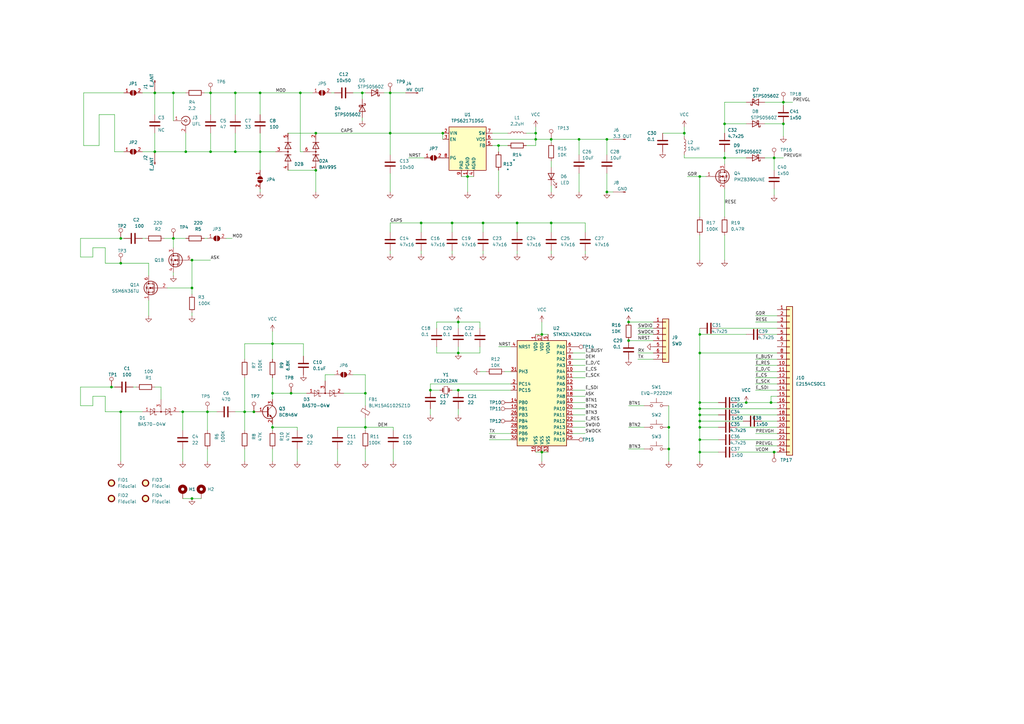
<source format=kicad_sch>
(kicad_sch (version 20211123) (generator eeschema)
  (paper "A3")
  (lib_symbols
    (symbol "Connector:Conn_01x01_Male" (pin_numbers hide) (pin_names (offset 1.016) hide)
      (property "Reference" "J" (at 0 2.54 0))
      (property "Value" "Conn_01x01_Male" (at 0 -2.54 0))
      (symbol "Conn_01x01_Male_1_1"
        (pin passive line (at 5.08 0 180) (length 3.81) (name "Pin_1") (number "1"))
      )
    )
    (symbol "Connector:Conn_Coaxial" (pin_names (offset 1.016) hide)
      (property "Reference" "J" (at 0.254 3.048 0))
      (property "Value" "Conn_Coaxial" (at 2.921 0 90))
      (symbol "Conn_Coaxial_1_1"
        (pin passive line (at -5.08 0 0) (length 2.54) (name "In") (number "1"))
        (pin passive line (at 0 -5.08 90) (length 2.54) (name "Ext") (number "2"))
      )
    )
    (symbol "Connector:TestPoint" (pin_numbers hide) (pin_names (offset 0.762) hide)
      (property "Reference" "TP" (at 0 6.858 0))
      (property "Value" "TestPoint" (at 0 5.08 0))
      (symbol "TestPoint_1_1"
        (pin passive line (at 0 0 90) (length 2.54) (name "1") (number "1"))
      )
    )
    (symbol "Connector_Generic:Conn_01x07" (pin_names (offset 1.016) hide)
      (property "Reference" "J" (at 0 10.16 0))
      (property "Value" "Conn_01x07" (at 0 -10.16 0))
      (symbol "Conn_01x07_1_1"
        (pin passive line (at -5.08 7.62 0) (length 3.81) (name "Pin_1") (number "1"))
        (pin passive line (at -5.08 5.08 0) (length 3.81) (name "Pin_2") (number "2"))
        (pin passive line (at -5.08 2.54 0) (length 3.81) (name "Pin_3") (number "3"))
        (pin passive line (at -5.08 0 0) (length 3.81) (name "Pin_4") (number "4"))
        (pin passive line (at -5.08 -2.54 0) (length 3.81) (name "Pin_5") (number "5"))
        (pin passive line (at -5.08 -5.08 0) (length 3.81) (name "Pin_6") (number "6"))
        (pin passive line (at -5.08 -7.62 0) (length 3.81) (name "Pin_7") (number "7"))
      )
    )
    (symbol "Connector_Generic:Conn_01x24" (pin_names (offset 1.016) hide)
      (property "Reference" "J" (at 0 30.48 0))
      (property "Value" "Conn_01x24" (at 0 -33.02 0))
      (symbol "Conn_01x24_1_1"
        (pin passive line (at -5.08 27.94 0) (length 3.81) (name "Pin_1") (number "1"))
        (pin passive line (at -5.08 5.08 0) (length 3.81) (name "Pin_10") (number "10"))
        (pin passive line (at -5.08 2.54 0) (length 3.81) (name "Pin_11") (number "11"))
        (pin passive line (at -5.08 0 0) (length 3.81) (name "Pin_12") (number "12"))
        (pin passive line (at -5.08 -2.54 0) (length 3.81) (name "Pin_13") (number "13"))
        (pin passive line (at -5.08 -5.08 0) (length 3.81) (name "Pin_14") (number "14"))
        (pin passive line (at -5.08 -7.62 0) (length 3.81) (name "Pin_15") (number "15"))
        (pin passive line (at -5.08 -10.16 0) (length 3.81) (name "Pin_16") (number "16"))
        (pin passive line (at -5.08 -12.7 0) (length 3.81) (name "Pin_17") (number "17"))
        (pin passive line (at -5.08 -15.24 0) (length 3.81) (name "Pin_18") (number "18"))
        (pin passive line (at -5.08 -17.78 0) (length 3.81) (name "Pin_19") (number "19"))
        (pin passive line (at -5.08 25.4 0) (length 3.81) (name "Pin_2") (number "2"))
        (pin passive line (at -5.08 -20.32 0) (length 3.81) (name "Pin_20") (number "20"))
        (pin passive line (at -5.08 -22.86 0) (length 3.81) (name "Pin_21") (number "21"))
        (pin passive line (at -5.08 -25.4 0) (length 3.81) (name "Pin_22") (number "22"))
        (pin passive line (at -5.08 -27.94 0) (length 3.81) (name "Pin_23") (number "23"))
        (pin passive line (at -5.08 -30.48 0) (length 3.81) (name "Pin_24") (number "24"))
        (pin passive line (at -5.08 22.86 0) (length 3.81) (name "Pin_3") (number "3"))
        (pin passive line (at -5.08 20.32 0) (length 3.81) (name "Pin_4") (number "4"))
        (pin passive line (at -5.08 17.78 0) (length 3.81) (name "Pin_5") (number "5"))
        (pin passive line (at -5.08 15.24 0) (length 3.81) (name "Pin_6") (number "6"))
        (pin passive line (at -5.08 12.7 0) (length 3.81) (name "Pin_7") (number "7"))
        (pin passive line (at -5.08 10.16 0) (length 3.81) (name "Pin_8") (number "8"))
        (pin passive line (at -5.08 7.62 0) (length 3.81) (name "Pin_9") (number "9"))
      )
    )
    (symbol "Device:C" (pin_numbers hide) (pin_names (offset 0.254))
      (property "Reference" "C" (at 0.635 2.54 0))
      (property "Value" "C" (at 0.635 -2.54 0))
      (symbol "C_1_1"
        (pin passive line (at 0 3.81 270) (length 2.794) (name "~") (number "1"))
        (pin passive line (at 0 -3.81 90) (length 2.794) (name "~") (number "2"))
      )
    )
    (symbol "Device:Crystal_Small" (pin_numbers hide) (pin_names (offset 1.016) hide)
      (property "Reference" "Y" (at 0 2.54 0))
      (property "Value" "Crystal_Small" (at 0 -2.54 0))
      (symbol "Crystal_Small_1_1"
        (pin passive line (at -2.54 0 0) (length 1.27) (name "1") (number "1"))
        (pin passive line (at 2.54 0 180) (length 1.27) (name "2") (number "2"))
      )
    )
    (symbol "Device:D_Schottky" (pin_numbers hide) (pin_names (offset 1.016) hide)
      (property "Reference" "D" (at 0 2.54 0))
      (property "Value" "D_Schottky" (at 0 -2.54 0))
      (symbol "D_Schottky_1_1"
        (pin passive line (at -3.81 0 0) (length 2.54) (name "K") (number "1"))
        (pin passive line (at 3.81 0 180) (length 2.54) (name "A") (number "2"))
      )
    )
    (symbol "Device:FerriteBead_Small" (pin_numbers hide) (pin_names (offset 0))
      (property "Reference" "FB" (at 1.905 1.27 0))
      (property "Value" "FerriteBead_Small" (at 1.905 -1.27 0))
      (symbol "FerriteBead_Small_1_1"
        (pin passive line (at 0 2.54 270) (length 1.27) (name "~") (number "1"))
        (pin passive line (at 0 -2.54 90) (length 1.27) (name "~") (number "2"))
      )
    )
    (symbol "Device:L" (pin_numbers hide) (pin_names (offset 1.016) hide)
      (property "Reference" "L" (at -1.27 0 90))
      (property "Value" "L" (at 1.905 0 90))
      (symbol "L_1_1"
        (pin passive line (at 0 3.81 270) (length 1.27) (name "1") (number "1"))
        (pin passive line (at 0 -3.81 90) (length 1.27) (name "2") (number "2"))
      )
    )
    (symbol "Device:LED" (pin_numbers hide) (pin_names (offset 1.016) hide)
      (property "Reference" "D" (at 0 2.54 0))
      (property "Value" "LED" (at 0 -2.54 0))
      (symbol "LED_1_1"
        (pin passive line (at -3.81 0 0) (length 2.54) (name "K") (number "1"))
        (pin passive line (at 3.81 0 180) (length 2.54) (name "A") (number "2"))
      )
    )
    (symbol "Device:Q_Dual_NMOS_S1G1D2S2G2D1" (pin_names (offset 0) hide)
      (property "Reference" "Q" (at 6.35 1.27 0))
      (property "Value" "Q_Dual_NMOS_S1G1D2S2G2D1" (at 19.05 -1.27 0))
      (symbol "Q_Dual_NMOS_S1G1D2S2G2D1_1_1"
        (pin passive line (at 2.54 -5.08 90) (length 2.54) (name "S") (number "1"))
        (pin input line (at -5.08 0 0) (length 2.54) (name "G") (number "2"))
        (pin passive line (at 2.54 5.08 270) (length 2.54) (name "D") (number "6"))
      )
      (symbol "Q_Dual_NMOS_S1G1D2S2G2D1_2_1"
        (pin passive line (at 2.54 5.08 270) (length 2.54) (name "D") (number "3"))
        (pin passive line (at 2.54 -5.08 90) (length 2.54) (name "S") (number "4"))
        (pin input line (at -5.08 0 0) (length 2.54) (name "G") (number "5"))
      )
    )
    (symbol "Device:Q_NMOS_GSD" (pin_names (offset 0) hide)
      (property "Reference" "Q" (at 5.08 1.27 0))
      (property "Value" "Q_NMOS_GSD" (at 5.08 -1.27 0))
      (symbol "Q_NMOS_GSD_1_1"
        (pin input line (at -5.08 0 0) (length 2.54) (name "G") (number "1"))
        (pin passive line (at 2.54 -5.08 90) (length 2.54) (name "S") (number "2"))
        (pin passive line (at 2.54 5.08 270) (length 2.54) (name "D") (number "3"))
      )
    )
    (symbol "Device:R" (pin_numbers hide) (pin_names (offset 0))
      (property "Reference" "R" (at 2.032 0 90))
      (property "Value" "R" (at 0 0 90))
      (symbol "R_1_1"
        (pin passive line (at 0 3.81 270) (length 1.27) (name "~") (number "1"))
        (pin passive line (at 0 -3.81 90) (length 1.27) (name "~") (number "2"))
      )
    )
    (symbol "Diode:BAT54SW" (pin_names (offset 1.016))
      (property "Reference" "D" (at 0.635 -3.81 0))
      (property "Value" "BAT54SW" (at -6.35 3.175 0))
      (symbol "BAT54SW_1_1"
        (pin passive line (at -7.62 0 0) (length 3.81) (name "~") (number "1"))
        (pin passive line (at 7.62 0 180) (length 3.81) (name "~") (number "2"))
        (pin passive line (at 0 -5.08 90) (length 5.08) (name "~") (number "3"))
      )
    )
    (symbol "Diode:BAV99S" (pin_names (offset 0.0254) hide)
      (property "Reference" "D" (at 0 2.54 0))
      (property "Value" "BAV99S" (at 0 5.08 0))
      (symbol "BAV99S_1_1"
        (pin passive line (at -7.62 0 0) (length 2.54) (name "A1") (number "1"))
        (pin passive line (at 7.62 0 180) (length 2.54) (name "K2") (number "2"))
        (pin passive line (at 0 -5.08 90) (length 2.54) (name "K3A4") (number "6"))
      )
      (symbol "BAV99S_2_1"
        (pin passive line (at 0 -5.08 90) (length 2.54) (name "K1A2") (number "3"))
        (pin passive line (at -7.62 0 0) (length 2.54) (name "A3") (number "4"))
        (pin passive line (at 7.62 0 180) (length 2.54) (name "K4") (number "5"))
      )
    )
    (symbol "Jumper:SolderJumper_2_Open" (pin_names (offset 0) hide)
      (property "Reference" "JP" (at 0 2.032 0))
      (property "Value" "SolderJumper_2_Open" (at 0 -2.54 0))
      (symbol "SolderJumper_2_Open_1_1"
        (pin passive line (at -3.81 0 0) (length 2.54) (name "A") (number "1"))
        (pin passive line (at 3.81 0 180) (length 2.54) (name "B") (number "2"))
      )
    )
    (symbol "MCU_ST_STM32L4:STM32L432KCUx"
      (property "Reference" "U" (at -10.16 21.59 0))
      (property "Value" "STM32L432KCUx" (at 5.08 21.59 0))
      (symbol "STM32L432KCUx_1_1"
        (pin power_in line (at -2.54 22.86 270) (length 2.54) (name "VDD") (number "1"))
        (pin bidirectional line (at 12.7 7.62 180) (length 2.54) (name "PA4") (number "10"))
        (pin bidirectional line (at 12.7 5.08 180) (length 2.54) (name "PA5") (number "11"))
        (pin bidirectional line (at 12.7 2.54 180) (length 2.54) (name "PA6") (number "12"))
        (pin bidirectional line (at 12.7 0 180) (length 2.54) (name "PA7") (number "13"))
        (pin bidirectional line (at -12.7 -5.08 0) (length 2.54) (name "PB0") (number "14"))
        (pin bidirectional line (at -12.7 -7.62 0) (length 2.54) (name "PB1") (number "15"))
        (pin power_in line (at -2.54 -25.4 90) (length 2.54) (name "VSS") (number "16"))
        (pin power_in line (at 0 22.86 270) (length 2.54) (name "VDD") (number "17"))
        (pin bidirectional line (at 12.7 -2.54 180) (length 2.54) (name "PA8") (number "18"))
        (pin bidirectional line (at 12.7 -5.08 180) (length 2.54) (name "PA9") (number "19"))
        (pin bidirectional line (at -12.7 2.54 0) (length 2.54) (name "PC14") (number "2"))
        (pin bidirectional line (at 12.7 -7.62 180) (length 2.54) (name "PA10") (number "20"))
        (pin bidirectional line (at 12.7 -10.16 180) (length 2.54) (name "PA11") (number "21"))
        (pin bidirectional line (at 12.7 -12.7 180) (length 2.54) (name "PA12") (number "22"))
        (pin bidirectional line (at 12.7 -15.24 180) (length 2.54) (name "PA13") (number "23"))
        (pin bidirectional line (at 12.7 -17.78 180) (length 2.54) (name "PA14") (number "24"))
        (pin bidirectional line (at 12.7 -20.32 180) (length 2.54) (name "PA15") (number "25"))
        (pin bidirectional line (at -12.7 -10.16 0) (length 2.54) (name "PB3") (number "26"))
        (pin bidirectional line (at -12.7 -12.7 0) (length 2.54) (name "PB4") (number "27"))
        (pin bidirectional line (at -12.7 -15.24 0) (length 2.54) (name "PB5") (number "28"))
        (pin bidirectional line (at -12.7 -17.78 0) (length 2.54) (name "PB6") (number "29"))
        (pin bidirectional line (at -12.7 0 0) (length 2.54) (name "PC15") (number "3"))
        (pin bidirectional line (at -12.7 -20.32 0) (length 2.54) (name "PB7") (number "30"))
        (pin bidirectional line (at -12.7 7.62 0) (length 2.54) (name "PH3") (number "31"))
        (pin power_in line (at 0 -25.4 90) (length 2.54) (name "VSS") (number "32"))
        (pin power_in line (at 2.54 -25.4 90) (length 2.54) (name "VSS") (number "33"))
        (pin input line (at -12.7 17.78 0) (length 2.54) (name "NRST") (number "4"))
        (pin power_in line (at 2.54 22.86 270) (length 2.54) (name "VDDA") (number "5"))
        (pin bidirectional line (at 12.7 17.78 180) (length 2.54) (name "PA0") (number "6"))
        (pin bidirectional line (at 12.7 15.24 180) (length 2.54) (name "PA1") (number "7"))
        (pin bidirectional line (at 12.7 12.7 180) (length 2.54) (name "PA2") (number "8"))
        (pin bidirectional line (at 12.7 10.16 180) (length 2.54) (name "PA3") (number "9"))
      )
    )
    (symbol "Mechanical:Fiducial"
      (property "Reference" "FID" (at 0 5.08 0))
      (property "Value" "Fiducial" (at 0 3.175 0))
    )
    (symbol "Mechanical:MountingHole_Pad" (pin_numbers hide) (pin_names (offset 1.016) hide)
      (property "Reference" "H" (at 0 6.35 0))
      (property "Value" "MountingHole_Pad" (at 0 4.445 0))
      (symbol "MountingHole_Pad_1_1"
        (pin input line (at 0 -2.54 90) (length 2.54) (name "1") (number "1"))
      )
    )
    (symbol "Regulator_Switching:TPS62171DSG" (pin_names (offset 0.254))
      (property "Reference" "U" (at -7.62 11.43 0))
      (property "Value" "TPS62171DSG" (at -1.27 11.43 0))
      (symbol "TPS62171DSG_1_1"
        (pin power_in line (at 0 -10.16 90) (length 2.54) (name "PGND") (number "1"))
        (pin power_in line (at -10.16 7.62 0) (length 2.54) (name "VIN") (number "2"))
        (pin input line (at -10.16 5.08 0) (length 2.54) (name "EN") (number "3"))
        (pin power_in line (at 2.54 -10.16 90) (length 2.54) (name "AGND") (number "4"))
        (pin input line (at 10.16 2.54 180) (length 2.54) (name "FB") (number "5"))
        (pin input line (at 10.16 5.08 180) (length 2.54) (name "VOS") (number "6"))
        (pin output line (at 10.16 7.62 180) (length 2.54) (name "SW") (number "7"))
        (pin open_collector line (at -10.16 -2.54 0) (length 2.54) (name "PG") (number "8"))
        (pin power_in line (at -2.54 -10.16 90) (length 2.54) (name "PAD") (number "9"))
      )
    )
    (symbol "Switch:SW_Push" (pin_numbers hide) (pin_names (offset 1.016) hide)
      (property "Reference" "SW" (at 1.27 2.54 0))
      (property "Value" "SW_Push" (at 0 -1.524 0))
      (symbol "SW_Push_0_1"
        (pin passive line (at -5.08 0 0) (length 2.54) (name "1") (number "1"))
        (pin passive line (at 5.08 0 180) (length 2.54) (name "2") (number "2"))
      )
    )
    (symbol "Transistor_BJT:BC847W" (pin_names (offset 0) hide)
      (property "Reference" "Q" (at 5.08 1.905 0))
      (property "Value" "BC847W" (at 5.08 0 0))
      (symbol "BC847W_1_1"
        (pin input line (at -5.08 0 0) (length 5.715) (name "B") (number "1"))
        (pin passive line (at 2.54 -5.08 90) (length 2.54) (name "E") (number "2"))
        (pin passive line (at 2.54 5.08 270) (length 2.54) (name "C") (number "3"))
      )
    )
    (symbol "power:GND" (power) (pin_names (offset 0))
      (property "Value" "GND" (at 0 -3.81 0))
      (symbol "GND_1_1"
        (pin power_in line (at 0 0 270) (length 0) hide (name "GND") (number "1"))
      )
    )
    (symbol "power:VCC" (power) (pin_names (offset 0))
      (property "Value" "VCC" (at 0 3.81 0))
      (symbol "VCC_1_1"
        (pin power_in line (at 0 0 90) (length 0) hide (name "VCC") (number "1"))
      )
    )
  )
  (junction (at 45.72 158.75))
  (junction (at 316.23 165.1))
  (junction (at 96.52 38.1))
  (junction (at 111.76 140.97))
  (junction (at 187.96 144.78))
  (junction (at 187.96 132.08))
  (junction (at 274.32 184.15))
  (junction (at 111.76 175.26))
  (junction (at 78.74 204.47))
  (junction (at 287.02 185.42))
  (junction (at 257.81 139.7))
  (junction (at 172.72 91.44))
  (junction (at 123.19 38.1))
  (junction (at 71.12 97.79))
  (junction (at 49.53 107.95))
  (junction (at 160.02 38.1))
  (junction (at 104.14 168.91))
  (junction (at 317.5 185.42))
  (junction (at 226.06 57.15))
  (junction (at 49.53 97.79))
  (junction (at 85.09 168.91))
  (junction (at 297.18 50.8))
  (junction (at 287.02 137.16))
  (junction (at 129.54 54.61))
  (junction (at 119.38 161.29))
  (junction (at 248.92 78.74))
  (junction (at 219.71 57.15))
  (junction (at 287.02 165.1))
  (junction (at 222.25 185.42))
  (junction (at 321.31 50.8))
  (junction (at 306.07 165.1))
  (junction (at 76.2 62.23))
  (junction (at 63.5 38.1))
  (junction (at 49.53 168.91))
  (junction (at 191.77 72.39))
  (junction (at 63.5 62.23))
  (junction (at 212.09 91.44))
  (junction (at 129.54 69.85))
  (junction (at 287.02 170.18))
  (junction (at 287.02 144.78))
  (junction (at 96.52 62.23))
  (junction (at 237.49 57.15))
  (junction (at 287.02 175.26))
  (junction (at 219.71 54.61))
  (junction (at 287.02 172.72))
  (junction (at 181.61 54.61))
  (junction (at 287.02 180.34))
  (junction (at 287.02 72.39))
  (junction (at 185.42 91.44))
  (junction (at 248.92 57.15))
  (junction (at 106.68 62.23))
  (junction (at 149.86 161.29))
  (junction (at 321.31 41.91))
  (junction (at 287.02 167.64))
  (junction (at 198.12 91.44))
  (junction (at 106.68 38.1))
  (junction (at 222.25 137.16))
  (junction (at 148.59 38.1))
  (junction (at 226.06 91.44))
  (junction (at 317.5 64.77))
  (junction (at 86.36 62.23))
  (junction (at 204.47 59.69))
  (junction (at 100.33 168.91))
  (junction (at 187.96 160.02))
  (junction (at 176.53 160.02))
  (junction (at 111.76 161.29))
  (junction (at 86.36 38.1))
  (junction (at 74.93 168.91))
  (junction (at 274.32 175.26))
  (junction (at 160.02 54.61))
  (junction (at 78.74 118.11))
  (junction (at 297.18 64.77))
  (junction (at 149.86 175.26))
  (junction (at 280.67 54.61))
  (junction (at 71.12 38.1))
  (junction (at 257.81 132.08))
  (junction (at 78.74 106.68))
  (wire (pts (xy 176.53 157.48) (xy 176.53 160.02)))
  (wire (pts (xy 212.09 91.44) (xy 226.06 91.44)))
  (wire (pts (xy 219.71 185.42) (xy 222.25 185.42)))
  (wire (pts (xy 71.12 38.1) (xy 76.2 38.1)))
  (wire (pts (xy 68.58 118.11) (xy 78.74 118.11)))
  (wire (pts (xy 74.93 204.47) (xy 78.74 204.47)))
  (wire (pts (xy 50.8 97.79) (xy 49.53 97.79)))
  (wire (pts (xy 38.1 166.37) (xy 38.1 162.56)))
  (wire (pts (xy 226.06 66.04) (xy 226.06 68.58)))
  (wire (pts (xy 76.2 54.61) (xy 76.2 62.23)))
  (wire (pts (xy 74.93 168.91) (xy 74.93 176.53)))
  (wire (pts (xy 222.25 185.42) (xy 222.25 189.23)))
  (wire (pts (xy 187.96 144.78) (xy 196.85 144.78)))
  (wire (pts (xy 60.96 123.19) (xy 60.96 129.54)))
  (wire (pts (xy 207.01 152.4) (xy 209.55 152.4)))
  (wire (pts (xy 287.02 180.34) (xy 287.02 185.42)))
  (wire (pts (xy 318.77 144.78) (xy 287.02 144.78)))
  (wire (pts (xy 83.82 97.79) (xy 85.09 97.79)))
  (wire (pts (xy 234.95 177.8) (xy 240.03 177.8)))
  (wire (pts (xy 111.76 175.26) (xy 111.76 176.53)))
  (wire (pts (xy 302.26 175.26) (xy 318.77 175.26)))
  (wire (pts (xy 316.23 162.56) (xy 318.77 162.56)))
  (wire (pts (xy 96.52 62.23) (xy 106.68 62.23)))
  (wire (pts (xy 287.02 175.26) (xy 287.02 180.34)))
  (wire (pts (xy 49.53 97.79) (xy 33.02 97.79)))
  (wire (pts (xy 129.54 54.61) (xy 160.02 54.61)))
  (wire (pts (xy 226.06 57.15) (xy 219.71 57.15)))
  (wire (pts (xy 111.76 184.15) (xy 111.76 189.23)))
  (wire (pts (xy 306.07 64.77) (xy 297.18 64.77)))
  (wire (pts (xy 111.76 173.99) (xy 111.76 175.26)))
  (wire (pts (xy 204.47 69.85) (xy 204.47 78.74)))
  (wire (pts (xy 76.2 97.79) (xy 71.12 97.79)))
  (wire (pts (xy 240.03 102.87) (xy 240.03 104.14)))
  (wire (pts (xy 297.18 96.52) (xy 297.18 106.68)))
  (wire (pts (xy 287.02 72.39) (xy 289.56 72.39)))
  (wire (pts (xy 280.67 64.77) (xy 297.18 64.77)))
  (wire (pts (xy 172.72 102.87) (xy 172.72 104.14)))
  (wire (pts (xy 196.85 144.78) (xy 196.85 142.24)))
  (wire (pts (xy 234.95 152.4) (xy 240.03 152.4)))
  (wire (pts (xy 271.78 54.61) (xy 280.67 54.61)))
  (wire (pts (xy 198.12 91.44) (xy 212.09 91.44)))
  (wire (pts (xy 309.88 149.86) (xy 318.77 149.86)))
  (wire (pts (xy 160.02 91.44) (xy 172.72 91.44)))
  (wire (pts (xy 138.43 176.53) (xy 138.43 175.26)))
  (wire (pts (xy 129.54 69.85) (xy 129.54 78.74)))
  (wire (pts (xy 187.96 142.24) (xy 187.96 144.78)))
  (wire (pts (xy 204.47 59.69) (xy 204.47 62.23)))
  (wire (pts (xy 58.42 97.79) (xy 59.69 97.79)))
  (wire (pts (xy 234.95 160.02) (xy 240.03 160.02)))
  (wire (pts (xy 49.53 168.91) (xy 58.42 168.91)))
  (wire (pts (xy 237.49 71.12) (xy 237.49 78.74)))
  (wire (pts (xy 240.03 91.44) (xy 240.03 95.25)))
  (wire (pts (xy 111.76 175.26) (xy 121.92 175.26)))
  (wire (pts (xy 261.62 137.16) (xy 267.97 137.16)))
  (wire (pts (xy 34.29 38.1) (xy 34.29 59.69)))
  (wire (pts (xy 191.77 72.39) (xy 191.77 78.74)))
  (wire (pts (xy 261.62 134.62) (xy 267.97 134.62)))
  (wire (pts (xy 204.47 59.69) (xy 208.28 59.69)))
  (wire (pts (xy 234.95 165.1) (xy 240.03 165.1)))
  (wire (pts (xy 215.9 59.69) (xy 219.71 59.69)))
  (wire (pts (xy 96.52 38.1) (xy 96.52 46.99)))
  (wire (pts (xy 287.02 172.72) (xy 287.02 175.26)))
  (wire (pts (xy 309.88 160.02) (xy 318.77 160.02)))
  (wire (pts (xy 123.19 38.1) (xy 123.19 62.23)))
  (wire (pts (xy 176.53 167.64) (xy 176.53 170.18)))
  (wire (pts (xy 287.02 72.39) (xy 287.02 88.9)))
  (wire (pts (xy 261.62 144.78) (xy 267.97 144.78)))
  (wire (pts (xy 121.92 184.15) (xy 121.92 189.23)))
  (wire (pts (xy 34.29 59.69) (xy 40.64 59.69)))
  (wire (pts (xy 86.36 38.1) (xy 86.36 46.99)))
  (wire (pts (xy 297.18 41.91) (xy 297.18 50.8)))
  (wire (pts (xy 111.76 140.97) (xy 100.33 140.97)))
  (wire (pts (xy 60.96 107.95) (xy 60.96 113.03)))
  (wire (pts (xy 297.18 77.47) (xy 297.18 88.9)))
  (wire (pts (xy 287.02 175.26) (xy 294.64 175.26)))
  (wire (pts (xy 106.68 62.23) (xy 113.03 62.23)))
  (wire (pts (xy 179.07 142.24) (xy 179.07 144.78)))
  (wire (pts (xy 33.02 158.75) (xy 45.72 158.75)))
  (wire (pts (xy 287.02 134.62) (xy 287.02 137.16)))
  (wire (pts (xy 187.96 160.02) (xy 209.55 160.02)))
  (wire (pts (xy 160.02 38.1) (xy 160.02 54.61)))
  (wire (pts (xy 185.42 102.87) (xy 185.42 104.14)))
  (wire (pts (xy 248.92 78.74) (xy 251.46 78.74)))
  (wire (pts (xy 106.68 77.47) (xy 106.68 78.74)))
  (wire (pts (xy 92.71 97.79) (xy 95.25 97.79)))
  (wire (pts (xy 160.02 71.12) (xy 160.02 78.74)))
  (wire (pts (xy 54.61 158.75) (xy 55.88 158.75)))
  (wire (pts (xy 148.59 49.53) (xy 148.59 48.26)))
  (wire (pts (xy 297.18 50.8) (xy 297.18 54.61)))
  (wire (pts (xy 297.18 64.77) (xy 297.18 67.31)))
  (wire (pts (xy 160.02 54.61) (xy 181.61 54.61)))
  (wire (pts (xy 309.88 129.54) (xy 318.77 129.54)))
  (wire (pts (xy 161.29 176.53) (xy 161.29 175.26)))
  (wire (pts (xy 201.93 57.15) (xy 219.71 57.15)))
  (wire (pts (xy 123.19 62.23) (xy 124.46 62.23)))
  (wire (pts (xy 43.18 107.95) (xy 49.53 107.95)))
  (wire (pts (xy 309.88 154.94) (xy 318.77 154.94)))
  (wire (pts (xy 86.36 62.23) (xy 96.52 62.23)))
  (wire (pts (xy 226.06 91.44) (xy 226.06 95.25)))
  (wire (pts (xy 144.78 38.1) (xy 148.59 38.1)))
  (wire (pts (xy 222.25 137.16) (xy 224.79 137.16)))
  (wire (pts (xy 148.59 38.1) (xy 148.59 40.64)))
  (wire (pts (xy 287.02 137.16) (xy 306.07 137.16)))
  (wire (pts (xy 63.5 38.1) (xy 71.12 38.1)))
  (wire (pts (xy 302.26 185.42) (xy 317.5 185.42)))
  (wire (pts (xy 138.43 175.26) (xy 149.86 175.26)))
  (wire (pts (xy 219.71 52.07) (xy 219.71 54.61)))
  (wire (pts (xy 287.02 137.16) (xy 287.02 144.78)))
  (wire (pts (xy 43.18 168.91) (xy 49.53 168.91)))
  (wire (pts (xy 119.38 161.29) (xy 125.73 161.29)))
  (wire (pts (xy 201.93 59.69) (xy 204.47 59.69)))
  (wire (pts (xy 144.78 153.67) (xy 149.86 153.67)))
  (wire (pts (xy 100.33 168.91) (xy 96.52 168.91)))
  (wire (pts (xy 226.06 57.15) (xy 237.49 57.15)))
  (wire (pts (xy 198.12 91.44) (xy 198.12 95.25)))
  (wire (pts (xy 76.2 62.23) (xy 86.36 62.23)))
  (wire (pts (xy 179.07 132.08) (xy 179.07 134.62)))
  (wire (pts (xy 38.1 101.6) (xy 43.18 101.6)))
  (wire (pts (xy 318.77 167.64) (xy 287.02 167.64)))
  (wire (pts (xy 106.68 38.1) (xy 123.19 38.1)))
  (wire (pts (xy 281.94 72.39) (xy 287.02 72.39)))
  (wire (pts (xy 111.76 135.89) (xy 111.76 140.97)))
  (wire (pts (xy 287.02 165.1) (xy 294.64 165.1)))
  (wire (pts (xy 302.26 170.18) (xy 318.77 170.18)))
  (wire (pts (xy 234.95 162.56) (xy 240.03 162.56)))
  (wire (pts (xy 73.66 168.91) (xy 74.93 168.91)))
  (wire (pts (xy 33.02 158.75) (xy 33.02 166.37)))
  (wire (pts (xy 287.02 185.42) (xy 287.02 189.23)))
  (wire (pts (xy 257.81 184.15) (xy 264.16 184.15)))
  (wire (pts (xy 274.32 175.26) (xy 274.32 184.15)))
  (wire (pts (xy 321.31 41.91) (xy 325.12 41.91)))
  (wire (pts (xy 63.5 62.23) (xy 63.5 54.61)))
  (wire (pts (xy 294.64 134.62) (xy 318.77 134.62)))
  (wire (pts (xy 33.02 105.41) (xy 38.1 105.41)))
  (wire (pts (xy 43.18 101.6) (xy 43.18 107.95)))
  (wire (pts (xy 287.02 165.1) (xy 287.02 167.64)))
  (wire (pts (xy 226.06 76.2) (xy 226.06 78.74)))
  (wire (pts (xy 86.36 38.1) (xy 96.52 38.1)))
  (wire (pts (xy 187.96 134.62) (xy 187.96 132.08)))
  (wire (pts (xy 219.71 59.69) (xy 219.71 57.15)))
  (wire (pts (xy 38.1 105.41) (xy 38.1 101.6)))
  (wire (pts (xy 160.02 95.25) (xy 160.02 91.44)))
  (wire (pts (xy 297.18 62.23) (xy 297.18 64.77)))
  (wire (pts (xy 71.12 38.1) (xy 71.12 49.53)))
  (wire (pts (xy 67.31 97.79) (xy 71.12 97.79)))
  (wire (pts (xy 123.19 38.1) (xy 128.27 38.1)))
  (wire (pts (xy 257.81 166.37) (xy 264.16 166.37)))
  (wire (pts (xy 257.81 132.08) (xy 267.97 132.08)))
  (wire (pts (xy 149.86 184.15) (xy 149.86 189.23)))
  (wire (pts (xy 100.33 176.53) (xy 100.33 168.91)))
  (wire (pts (xy 222.25 185.42) (xy 224.79 185.42)))
  (wire (pts (xy 200.66 177.8) (xy 209.55 177.8)))
  (wire (pts (xy 71.12 101.6) (xy 71.12 97.79)))
  (wire (pts (xy 309.88 182.88) (xy 318.77 182.88)))
  (wire (pts (xy 78.74 118.11) (xy 78.74 106.68)))
  (wire (pts (xy 111.76 147.32) (xy 111.76 140.97)))
  (wire (pts (xy 248.92 63.5) (xy 248.92 57.15)))
  (wire (pts (xy 317.5 185.42) (xy 318.77 185.42)))
  (wire (pts (xy 287.02 96.52) (xy 287.02 106.68)))
  (wire (pts (xy 212.09 91.44) (xy 212.09 95.25)))
  (wire (pts (xy 234.95 149.86) (xy 240.03 149.86)))
  (wire (pts (xy 287.02 172.72) (xy 304.8 172.72)))
  (wire (pts (xy 219.71 54.61) (xy 215.9 54.61)))
  (wire (pts (xy 118.11 69.85) (xy 129.54 69.85)))
  (wire (pts (xy 287.02 185.42) (xy 294.64 185.42)))
  (wire (pts (xy 106.68 62.23) (xy 106.68 54.61)))
  (wire (pts (xy 118.11 54.61) (xy 129.54 54.61)))
  (wire (pts (xy 306.07 50.8) (xy 297.18 50.8)))
  (wire (pts (xy 49.53 168.91) (xy 49.53 189.23)))
  (wire (pts (xy 185.42 91.44) (xy 198.12 91.44)))
  (wire (pts (xy 46.99 62.23) (xy 50.8 62.23)))
  (wire (pts (xy 78.74 120.65) (xy 78.74 118.11)))
  (wire (pts (xy 46.99 158.75) (xy 45.72 158.75)))
  (wire (pts (xy 38.1 162.56) (xy 43.18 162.56)))
  (wire (pts (xy 124.46 146.05) (xy 124.46 140.97)))
  (wire (pts (xy 58.42 38.1) (xy 63.5 38.1)))
  (wire (pts (xy 274.32 184.15) (xy 274.32 189.23)))
  (wire (pts (xy 287.02 167.64) (xy 287.02 170.18)))
  (wire (pts (xy 40.64 59.69) (xy 40.64 46.99)))
  (wire (pts (xy 74.93 184.15) (xy 74.93 189.23)))
  (wire (pts (xy 63.5 62.23) (xy 76.2 62.23)))
  (wire (pts (xy 219.71 137.16) (xy 222.25 137.16)))
  (wire (pts (xy 33.02 166.37) (xy 38.1 166.37)))
  (wire (pts (xy 78.74 106.68) (xy 86.36 106.68)))
  (wire (pts (xy 196.85 152.4) (xy 199.39 152.4)))
  (wire (pts (xy 111.76 154.94) (xy 111.76 161.29)))
  (wire (pts (xy 280.67 52.07) (xy 280.67 54.61)))
  (wire (pts (xy 161.29 175.26) (xy 149.86 175.26)))
  (wire (pts (xy 234.95 175.26) (xy 240.03 175.26)))
  (wire (pts (xy 302.26 165.1) (xy 306.07 165.1)))
  (wire (pts (xy 157.48 38.1) (xy 160.02 38.1)))
  (wire (pts (xy 313.69 64.77) (xy 317.5 64.77)))
  (wire (pts (xy 321.31 41.91) (xy 321.31 43.18)))
  (wire (pts (xy 71.12 113.03) (xy 71.12 111.76)))
  (wire (pts (xy 34.29 38.1) (xy 50.8 38.1)))
  (wire (pts (xy 78.74 204.47) (xy 82.55 204.47)))
  (wire (pts (xy 63.5 158.75) (xy 66.04 158.75)))
  (wire (pts (xy 226.06 57.15) (xy 226.06 58.42)))
  (wire (pts (xy 321.31 50.8) (xy 321.31 55.88)))
  (wire (pts (xy 261.62 147.32) (xy 267.97 147.32)))
  (wire (pts (xy 274.32 166.37) (xy 274.32 175.26)))
  (wire (pts (xy 200.66 180.34) (xy 209.55 180.34)))
  (wire (pts (xy 149.86 171.45) (xy 149.86 175.26)))
  (wire (pts (xy 181.61 54.61) (xy 181.61 57.15)))
  (wire (pts (xy 133.35 153.67) (xy 133.35 156.21)))
  (wire (pts (xy 149.86 161.29) (xy 149.86 166.37)))
  (wire (pts (xy 58.42 62.23) (xy 63.5 62.23)))
  (wire (pts (xy 160.02 54.61) (xy 160.02 63.5)))
  (wire (pts (xy 226.06 102.87) (xy 226.06 104.14)))
  (wire (pts (xy 204.47 142.24) (xy 209.55 142.24)))
  (wire (pts (xy 234.95 170.18) (xy 240.03 170.18)))
  (wire (pts (xy 187.96 167.64) (xy 187.96 170.18)))
  (wire (pts (xy 149.86 153.67) (xy 149.86 161.29)))
  (wire (pts (xy 257.81 175.26) (xy 264.16 175.26)))
  (wire (pts (xy 287.02 170.18) (xy 294.64 170.18)))
  (wire (pts (xy 135.89 38.1) (xy 137.16 38.1)))
  (wire (pts (xy 316.23 165.1) (xy 318.77 165.1)))
  (wire (pts (xy 85.09 168.91) (xy 88.9 168.91)))
  (wire (pts (xy 166.37 38.1) (xy 160.02 38.1)))
  (wire (pts (xy 317.5 64.77) (xy 317.5 69.85)))
  (wire (pts (xy 313.69 41.91) (xy 321.31 41.91)))
  (wire (pts (xy 237.49 63.5) (xy 237.49 57.15)))
  (wire (pts (xy 234.95 172.72) (xy 240.03 172.72)))
  (wire (pts (xy 46.99 46.99) (xy 46.99 62.23)))
  (wire (pts (xy 312.42 172.72) (xy 318.77 172.72)))
  (wire (pts (xy 149.86 175.26) (xy 149.86 176.53)))
  (wire (pts (xy 189.23 72.39) (xy 191.77 72.39)))
  (wire (pts (xy 137.16 153.67) (xy 133.35 153.67)))
  (wire (pts (xy 309.88 132.08) (xy 318.77 132.08)))
  (wire (pts (xy 43.18 162.56) (xy 43.18 168.91)))
  (wire (pts (xy 78.74 128.27) (xy 78.74 129.54)))
  (wire (pts (xy 86.36 38.1) (xy 83.82 38.1)))
  (wire (pts (xy 196.85 132.08) (xy 187.96 132.08)))
  (wire (pts (xy 185.42 91.44) (xy 185.42 95.25)))
  (wire (pts (xy 100.33 154.94) (xy 100.33 168.91)))
  (wire (pts (xy 306.07 165.1) (xy 316.23 165.1)))
  (wire (pts (xy 85.09 176.53) (xy 85.09 168.91)))
  (wire (pts (xy 234.95 147.32) (xy 240.03 147.32)))
  (wire (pts (xy 33.02 97.79) (xy 33.02 105.41)))
  (wire (pts (xy 66.04 163.83) (xy 66.04 158.75)))
  (wire (pts (xy 287.02 170.18) (xy 287.02 172.72)))
  (wire (pts (xy 111.76 161.29) (xy 111.76 163.83)))
  (wire (pts (xy 316.23 162.56) (xy 316.23 165.1)))
  (wire (pts (xy 106.68 62.23) (xy 106.68 69.85)))
  (wire (pts (xy 185.42 160.02) (xy 187.96 160.02)))
  (wire (pts (xy 226.06 91.44) (xy 240.03 91.44)))
  (wire (pts (xy 49.53 107.95) (xy 60.96 107.95)))
  (wire (pts (xy 149.86 161.29) (xy 140.97 161.29)))
  (wire (pts (xy 191.77 72.39) (xy 194.31 72.39)))
  (wire (pts (xy 111.76 140.97) (xy 124.46 140.97)))
  (wire (pts (xy 234.95 167.64) (xy 240.03 167.64)))
  (wire (pts (xy 138.43 184.15) (xy 138.43 189.23)))
  (wire (pts (xy 201.93 54.61) (xy 208.28 54.61)))
  (wire (pts (xy 309.88 147.32) (xy 318.77 147.32)))
  (wire (pts (xy 219.71 57.15) (xy 219.71 54.61)))
  (wire (pts (xy 280.67 55.88) (xy 280.67 54.61)))
  (wire (pts (xy 212.09 102.87) (xy 212.09 104.14)))
  (wire (pts (xy 196.85 134.62) (xy 196.85 132.08)))
  (wire (pts (xy 86.36 62.23) (xy 86.36 54.61)))
  (wire (pts (xy 179.07 144.78) (xy 187.96 144.78)))
  (wire (pts (xy 96.52 38.1) (xy 106.68 38.1)))
  (wire (pts (xy 111.76 161.29) (xy 119.38 161.29)))
  (wire (pts (xy 302.26 180.34) (xy 318.77 180.34)))
  (wire (pts (xy 167.64 64.77) (xy 173.99 64.77)))
  (wire (pts (xy 198.12 102.87) (xy 198.12 104.14)))
  (wire (pts (xy 257.81 139.7) (xy 267.97 139.7)))
  (wire (pts (xy 100.33 184.15) (xy 100.33 189.23)))
  (wire (pts (xy 209.55 157.48) (xy 176.53 157.48)))
  (wire (pts (xy 309.88 152.4) (xy 318.77 152.4)))
  (wire (pts (xy 313.69 137.16) (xy 318.77 137.16)))
  (wire (pts (xy 85.09 184.15) (xy 85.09 189.23)))
  (wire (pts (xy 63.5 38.1) (xy 63.5 46.99)))
  (wire (pts (xy 251.46 57.15) (xy 248.92 57.15)))
  (wire (pts (xy 237.49 57.15) (xy 248.92 57.15)))
  (wire (pts (xy 317.5 64.77) (xy 321.31 64.77)))
  (wire (pts (xy 309.88 177.8) (xy 318.77 177.8)))
  (wire (pts (xy 96.52 54.61) (xy 96.52 62.23)))
  (wire (pts (xy 148.59 38.1) (xy 149.86 38.1)))
  (wire (pts (xy 309.88 157.48) (xy 318.77 157.48)))
  (wire (pts (xy 106.68 38.1) (xy 106.68 46.99)))
  (wire (pts (xy 160.02 102.87) (xy 160.02 104.14)))
  (wire (pts (xy 100.33 140.97) (xy 100.33 147.32)))
  (wire (pts (xy 172.72 91.44) (xy 185.42 91.44)))
  (wire (pts (xy 172.72 91.44) (xy 172.72 95.25)))
  (wire (pts (xy 40.64 46.99) (xy 46.99 46.99)))
  (wire (pts (xy 287.02 144.78) (xy 287.02 165.1)))
  (wire (pts (xy 287.02 180.34) (xy 294.64 180.34)))
  (wire (pts (xy 234.95 154.94) (xy 240.03 154.94)))
  (wire (pts (xy 187.96 132.08) (xy 179.07 132.08)))
  (wire (pts (xy 280.67 63.5) (xy 280.67 64.77)))
  (wire (pts (xy 306.07 41.91) (xy 297.18 41.91)))
  (wire (pts (xy 248.92 71.12) (xy 248.92 78.74)))
  (wire (pts (xy 222.25 132.08) (xy 222.25 137.16)))
  (wire (pts (xy 176.53 160.02) (xy 180.34 160.02)))
  (wire (pts (xy 317.5 80.01) (xy 317.5 77.47)))
  (wire (pts (xy 234.95 144.78) (xy 240.03 144.78)))
  (wire (pts (xy 161.29 184.15) (xy 161.29 189.23)))
  (wire (pts (xy 100.33 168.91) (xy 104.14 168.91)))
  (wire (pts (xy 74.93 168.91) (xy 85.09 168.91)))
  (wire (pts (xy 321.31 50.8) (xy 313.69 50.8)))
  (wire (pts (xy 121.92 176.53) (xy 121.92 175.26)))
  (label "RX" (at 261.62 144.78 0))
  (label "PREVGH" (at 321.31 64.77 0))
  (label "E_RES" (at 240.03 172.72 0))
  (label "VCOM" (at 309.88 185.42 0))
  (label "RESE" (at 297.18 83.82 0))
  (label "SWDCK" (at 261.62 137.16 0))
  (label "NRST" (at 204.47 142.24 0))
  (label "RESE" (at 309.88 132.08 0))
  (label "E_SCK" (at 309.88 157.48 0))
  (label "TX" (at 200.66 177.8 0))
  (label "BTN3" (at 240.03 170.18 0))
  (label "NRST" (at 261.62 139.7 0))
  (label "NRST" (at 167.64 64.77 0))
  (label "E_SDI" (at 309.88 160.02 0))
  (label "SWDCK" (at 240.03 177.8 0))
  (label "MOD" (at 113.03 38.1 0))
  (label "E_BUSY" (at 309.88 147.32 0))
  (label "MOD" (at 95.25 97.79 0))
  (label "DEM" (at 154.94 175.26 0))
  (label "GDR" (at 309.88 129.54 0))
  (label "BTN2" (at 240.03 167.64 0))
  (label "BTN1" (at 257.81 166.37 0))
  (label "E_SDI" (at 240.03 160.02 0))
  (label "CAPS" (at 139.7 54.61 0))
  (label "E_CS" (at 240.03 152.4 0))
  (label "CAPS" (at 160.02 91.44 0))
  (label "ASK" (at 240.03 162.56 0))
  (label "TX" (at 261.62 147.32 0))
  (label "E_SCK" (at 240.03 154.94 0))
  (label "E_D{slash}C" (at 309.88 152.4 0))
  (label "E_BUSY" (at 240.03 144.78 0))
  (label "PREVGL" (at 325.12 41.91 0))
  (label "BTN3" (at 257.81 184.15 0))
  (label "BTN1" (at 240.03 165.1 0))
  (label "E_RES" (at 309.88 149.86 0))
  (label "ASK" (at 86.36 106.68 0))
  (label "DEM" (at 240.03 147.32 0))
  (label "E_D{slash}C" (at 240.03 149.86 0))
  (label "PREVGL" (at 309.88 182.88 0))
  (label "E_CS" (at 309.88 154.94 0))
  (label "SWDIO" (at 240.03 175.26 0))
  (label "RX" (at 200.66 180.34 0))
  (label "PREVGH" (at 309.88 177.8 0))
  (label "GDR" (at 281.94 72.39 0))
  (label "BTN2" (at 257.81 175.26 0))
  (label "SWDIO" (at 261.62 134.62 0))
  (symbol (lib_id "power:GND") (at 212.09 104.14 0) (unit 1)
    (property "Reference" "#PWR030" (effects hide))
    (property "Value" "GND" (effects hide))
  )
  (symbol (lib_id "Diode:BAV99S") (at 129.54 62.23 270) (mirror x) (unit 1)
    (property "Reference" "D2" (at 130.81 66.04 90) (effects (justify left)))
    (property "Value" "BAV99S" (effects hide))
    (property "Footprint" "Package_TO_SOT_SMD:SOT-563" (effects hide))
    (property "Datasheet" "https://assets.nexperia.com/documents/data-sheet/BAV99_SER.pdf" (effects hide))
  )
  (symbol (lib_id "power:GND") (at 172.72 104.14 0) (unit 1)
    (property "Reference" "#PWR020" (effects hide))
    (property "Value" "GND" (effects hide))
  )
  (symbol (lib_id "power:GND") (at 160.02 104.14 0) (unit 1)
    (property "Reference" "#PWR018" (effects hide))
    (property "Value" "GND" (effects hide))
  )
  (symbol (lib_id "Switch:SW_Push") (at 269.24 175.26 0) (unit 1)
    (property "Reference" "SW2" (at 269.24 170.18 0))
    (property "Value" "EVQ-P2202M" (effects hide))
    (property "Footprint" "SnapEDA Library:EVQ-P2202M" (effects hide))
  )
  (symbol (lib_id "Mechanical:MountingHole_Pad") (at 74.93 201.93 0) (unit 1)
    (property "Reference" "H1" (at 77.47 200.6599 0) (effects (justify left)))
    (property "Value" "MountingHole_Pad" (effects hide))
    (property "Footprint" "MountingHole:MountingHole_3.2mm_M3_DIN965_Pad_TopBottom" (effects hide))
  )
  (symbol (lib_id "Jumper:SolderJumper_2_Open") (at 177.8 64.77 0) (unit 1)
    (property "Reference" "JP7" (at 177.8 60.96 0))
    (property "Value" "SolderJumper_2_Open" (effects hide))
    (property "Footprint" "Jumper:SolderJumper-2_P1.3mm_Open_RoundedPad1.0x1.5mm" (effects hide))
  )
  (symbol (lib_id "Connector:TestPoint") (at 321.31 41.91 0) (unit 1)
    (property "Reference" "TP18" (at 323.85 38.6079 0) (effects (justify left)))
    (property "Value" "TestPoint" (effects hide))
    (property "Footprint" "TestPoint:TestPoint_Pad_D1.0mm" (effects hide))
  )
  (symbol (lib_id "power:GND") (at 204.47 78.74 0) (unit 1)
    (property "Reference" "#PWR029" (effects hide))
    (property "Value" "GND" (effects hide))
  )
  (symbol (lib_id "Mechanical:Fiducial") (at 45.72 204.47 0) (unit 1)
    (property "Reference" "FID2" (at 48.26 203.1999 0) (effects (justify left)))
    (property "Value" "Fiducial" (at 48.26 205.7399 0) (effects (justify left)))
    (property "Footprint" "Fiducial:Fiducial_0.5mm_Mask1.5mm" (effects hide))
  )
  (symbol (lib_id "Connector:TestPoint") (at 209.55 167.64 90) (unit 1)
    (property "Reference" "TP11" (at 203.2 167.64 90))
    (property "Value" "TestPoint" (effects hide))
    (property "Footprint" "TestPoint:TestPoint_Pad_D1.0mm" (effects hide))
  )
  (symbol (lib_id "MCU_ST_STM32L4:STM32L432KCUx") (at 222.25 160.02 0) (unit 1)
    (property "Reference" "U2" (at 226.8094 134.62 0) (effects (justify left)))
    (property "Value" "STM32L432KCUx" (at 226.8094 137.16 0) (effects (justify left)))
    (property "Footprint" "Package_DFN_QFN:QFN-32-1EP_5x5mm_P0.5mm_EP3.45x3.45mm" (effects hide))
    (property "Datasheet" "http://www.st.com/st-web-ui/static/active/en/resource/technical/document/datasheet/DM00257205.pdf" (effects hide))
  )
  (symbol (lib_id "power:VCC") (at 187.96 132.08 0) (unit 1)
    (property "Reference" "#PWR023" (effects hide))
    (property "Value" "VCC" (at 187.96 127 0))
  )
  (symbol (lib_id "power:GND") (at 226.06 78.74 0) (unit 1)
    (property "Reference" "#PWR034" (effects hide))
    (property "Value" "GND" (effects hide))
  )
  (symbol (lib_id "Device:L") (at 212.09 54.61 90) (unit 1)
    (property "Reference" "L1" (at 212.09 48.26 90))
    (property "Value" "2.2uH" (at 212.09 50.8 90))
    (property "Footprint" "Inductor_SMD:L_Wuerth_MAPI-3015" (effects hide))
  )
  (symbol (lib_id "Device:C") (at 172.72 99.06 180) (unit 1)
    (property "Reference" "C16" (at 176.53 97.7899 0) (effects (justify right)))
    (property "Value" "47x16" (at 176.53 100.3299 0) (effects (justify right)))
    (property "Footprint" "Capacitor_SMD:C_1210_3225Metric" (effects hide))
  )
  (symbol (lib_id "Connector:TestPoint") (at 317.5 64.77 0) (unit 1)
    (property "Reference" "TP16" (at 320.04 61.4679 0) (effects (justify left)))
    (property "Value" "TestPoint" (effects hide))
    (property "Footprint" "TestPoint:TestPoint_Pad_D1.0mm" (effects hide))
  )
  (symbol (lib_id "Jumper:SolderJumper_2_Open") (at 54.61 38.1 0) (unit 1)
    (property "Reference" "JP1" (at 54.61 34.29 0))
    (property "Value" "SolderJumper_2_Open" (effects hide))
    (property "Footprint" "Jumper:SolderJumper-2_P1.3mm_Open_RoundedPad1.0x1.5mm" (effects hide))
  )
  (symbol (lib_id "Jumper:SolderJumper_2_Open") (at 88.9 97.79 0) (unit 1)
    (property "Reference" "JP3" (at 88.9 93.98 0))
    (property "Value" "SolderJumper_2_Open" (effects hide))
    (property "Footprint" "Jumper:SolderJumper-2_P1.3mm_Open_RoundedPad1.0x1.5mm" (effects hide))
  )
  (symbol (lib_id "Device:C") (at 290.83 134.62 90) (unit 1)
    (property "Reference" "C31" (at 295.91 133.35 90) (effects (justify left)))
    (property "Value" "4.7x25" (at 298.45 135.89 90) (effects (justify left)))
    (property "Footprint" "Capacitor_SMD:C_0402_1005Metric" (effects hide))
  )
  (symbol (lib_id "power:GND") (at 176.53 170.18 0) (unit 1)
    (property "Reference" "#PWR021" (effects hide))
    (property "Value" "GND" (effects hide))
  )
  (symbol (lib_id "Device:C") (at 160.02 67.31 180) (unit 1)
    (property "Reference" "C13" (at 163.83 66.0399 0) (effects (justify right)))
    (property "Value" "10x50" (at 163.83 68.5799 0) (effects (justify right)))
    (property "Footprint" "Capacitor_SMD:C_1206_3216Metric" (effects hide))
  )
  (symbol (lib_id "power:GND") (at 317.5 80.01 0) (unit 1)
    (property "Reference" "#PWR050" (effects hide))
    (property "Value" "GND" (effects hide))
  )
  (symbol (lib_id "power:GND") (at 124.46 153.67 0) (unit 1)
    (property "Reference" "#PWR012" (effects hide))
    (property "Value" "GND" (effects hide))
  )
  (symbol (lib_id "Mechanical:Fiducial") (at 59.69 198.12 0) (unit 1)
    (property "Reference" "FID3" (at 62.23 196.8499 0) (effects (justify left)))
    (property "Value" "Fiducial" (at 62.23 199.3899 0) (effects (justify left)))
    (property "Footprint" "Fiducial:Fiducial_0.5mm_Mask1.5mm" (effects hide))
  )
  (symbol (lib_id "Device:R") (at 59.69 158.75 270) (unit 1)
    (property "Reference" "R1" (at 60.96 154.94 90))
    (property "Value" "100" (at 60.96 152.4 90))
    (property "Footprint" "Resistor_SMD:R_0402_1005Metric" (effects hide))
  )
  (symbol (lib_id "Device:R") (at 100.33 151.13 0) (mirror y) (unit 1)
    (property "Reference" "R7" (at 104.14 149.86 90))
    (property "Value" "100K" (at 106.68 149.86 90))
    (property "Footprint" "Resistor_SMD:R_0402_1005Metric" (effects hide))
  )
  (symbol (lib_id "Connector:Conn_01x01_Male") (at 256.54 78.74 0) (mirror y) (unit 1)
    (property "Reference" "J8" (at 252.73 74.93 0))
    (property "Value" "GND" (at 255.27 77.47 0))
    (property "Footprint" "TestPoint:TestPoint_THTPad_D1.0mm_Drill0.5mm" (effects hide))
  )
  (symbol (lib_id "Connector:Conn_01x01_Male") (at 63.5 33.02 90) (mirror x) (unit 1)
    (property "Reference" "J1" (at 59.69 35.56 0))
    (property "Value" "E_ANT" (at 62.23 33.02 0))
    (property "Footprint" "TestPoint:TestPoint_THTPad_D1.0mm_Drill0.5mm" (effects hide))
  )
  (symbol (lib_id "power:GND") (at 149.86 189.23 0) (unit 1)
    (property "Reference" "#PWR016" (effects hide))
    (property "Value" "GND" (effects hide))
  )
  (symbol (lib_id "Device:C") (at 298.45 165.1 90) (unit 1)
    (property "Reference" "C33" (at 303.53 163.83 90) (effects (justify left)))
    (property "Value" "1x50" (at 304.8 166.37 90) (effects (justify left)))
    (property "Footprint" "Capacitor_SMD:C_0402_1005Metric" (effects hide))
  )
  (symbol (lib_id "Device:C") (at 317.5 73.66 0) (unit 1)
    (property "Reference" "C40" (at 318.77 68.58 0) (effects (justify left)))
    (property "Value" "1x50" (at 318.77 71.12 0) (effects (justify left)))
    (property "Footprint" "Capacitor_SMD:C_0402_1005Metric" (effects hide))
  )
  (symbol (lib_id "Device:C") (at 298.45 185.42 90) (unit 1)
    (property "Reference" "C37" (at 303.53 184.15 90) (effects (justify left)))
    (property "Value" "1x50" (at 304.8 186.69 90) (effects (justify left)))
    (property "Footprint" "Capacitor_SMD:C_0402_1005Metric" (effects hide))
  )
  (symbol (lib_id "power:GND") (at 222.25 189.23 0) (unit 1)
    (property "Reference" "#PWR033" (effects hide))
    (property "Value" "GND" (effects hide))
  )
  (symbol (lib_id "Device:R") (at 111.76 180.34 0) (mirror y) (unit 1)
    (property "Reference" "R10" (at 115.57 179.07 90))
    (property "Value" "47K" (at 118.11 179.07 90))
    (property "Footprint" "Resistor_SMD:R_0402_1005Metric" (effects hide))
  )
  (symbol (lib_id "power:GND") (at 240.03 104.14 0) (unit 1)
    (property "Reference" "#PWR037" (effects hide))
    (property "Value" "GND" (effects hide))
  )
  (symbol (lib_id "Connector:TestPoint") (at 45.72 158.75 0) (unit 1)
    (property "Reference" "TP1" (at 44.45 153.67 0) (effects (justify left)))
    (property "Value" "TestPoint" (effects hide))
    (property "Footprint" "TestPoint:TestPoint_Pad_D1.0mm" (effects hide))
  )
  (symbol (lib_id "Device:C") (at 298.45 175.26 90) (unit 1)
    (property "Reference" "C35" (at 303.53 173.99 90) (effects (justify left)))
    (property "Value" "4.7x25" (at 306.07 176.53 90) (effects (justify left)))
    (property "Footprint" "Capacitor_SMD:C_0402_1005Metric" (effects hide))
  )
  (symbol (lib_id "Device:C") (at 298.45 180.34 90) (unit 1)
    (property "Reference" "C36" (at 303.53 179.07 90) (effects (justify left)))
    (property "Value" "4.7x25" (at 306.07 181.61 90) (effects (justify left)))
    (property "Footprint" "Capacitor_SMD:C_0402_1005Metric" (effects hide))
  )
  (symbol (lib_id "power:VCC") (at 280.67 52.07 0) (unit 1)
    (property "Reference" "#PWR044" (effects hide))
    (property "Value" "VCC" (at 280.67 46.99 0))
  )
  (symbol (lib_id "Device:C") (at 212.09 99.06 180) (unit 1)
    (property "Reference" "C24" (at 215.9 97.7899 0) (effects (justify right)))
    (property "Value" "47x16" (at 215.9 100.3299 0) (effects (justify right)))
    (property "Footprint" "Capacitor_SMD:C_1210_3225Metric" (effects hide))
  )
  (symbol (lib_id "Device:C") (at 161.29 180.34 180) (unit 1)
    (property "Reference" "C15" (at 165.1 179.0699 0) (effects (justify right)))
    (property "Value" "100" (at 165.1 181.6099 0) (effects (justify right)))
    (property "Footprint" "Capacitor_SMD:C_0402_1005Metric" (effects hide))
  )
  (symbol (lib_id "Diode:BAT54SW") (at 66.04 168.91 0) (mirror x) (unit 1)
    (property "Reference" "D1" (at 58.42 171.45 0))
    (property "Value" "BAS70-04W" (at 62.23 173.99 0))
    (property "Footprint" "Package_TO_SOT_SMD:SOT-323_SC-70" (effects hide))
    (property "Datasheet" "https://assets.nexperia.com/documents/data-sheet/BAT54W_SER.pdf" (effects hide))
  )
  (symbol (lib_id "Connector:TestPoint") (at 49.53 107.95 0) (unit 1)
    (property "Reference" "TP3" (at 48.26 102.87 0) (effects (justify left)))
    (property "Value" "TestPoint" (effects hide))
    (property "Footprint" "TestPoint:TestPoint_Pad_D1.0mm" (effects hide))
  )
  (symbol (lib_id "Device:R") (at 80.01 97.79 270) (unit 1)
    (property "Reference" "R5" (at 81.28 93.98 90))
    (property "Value" "220" (at 81.28 91.44 90))
    (property "Footprint" "Resistor_SMD:R_0603_1608Metric" (effects hide))
  )
  (symbol (lib_id "power:GND") (at 138.43 189.23 0) (unit 1)
    (property "Reference" "#PWR014" (effects hide))
    (property "Value" "GND" (effects hide))
  )
  (symbol (lib_id "Device:C") (at 106.68 50.8 0) (unit 1)
    (property "Reference" "C8" (at 110.49 49.5299 0) (effects (justify left)))
    (property "Value" "100" (at 110.49 52.0699 0) (effects (justify left)))
    (property "Footprint" "Capacitor_SMD:C_0603_1608Metric" (effects hide))
  )
  (symbol (lib_id "Connector:TestPoint") (at 71.12 97.79 0) (unit 1)
    (property "Reference" "TP4" (at 73.66 93.2179 0) (effects (justify left)))
    (property "Value" "TestPoint" (effects hide))
    (property "Footprint" "TestPoint:TestPoint_Pad_D1.0mm" (effects hide))
  )
  (symbol (lib_id "Device:C") (at 54.61 97.79 90) (unit 1)
    (property "Reference" "C2" (at 55.88 90.17 90))
    (property "Value" "100" (at 57.15 92.71 90))
    (property "Footprint" "Capacitor_SMD:C_0603_1608Metric" (effects hide))
  )
  (symbol (lib_id "power:GND") (at 248.92 78.74 0) (unit 1)
    (property "Reference" "#PWR038" (effects hide))
    (property "Value" "GND" (effects hide))
  )
  (symbol (lib_id "Device:LED") (at 226.06 72.39 90) (unit 1)
    (property "Reference" "D6" (at 229.87 72.39 90) (effects (justify right)))
    (property "Value" "LED" (at 229.87 74.93 90) (effects (justify right)))
    (property "Footprint" "LED_SMD:LED_0603_1608Metric" (effects hide))
  )
  (symbol (lib_id "Device:Crystal_Small") (at 182.88 160.02 0) (unit 1)
    (property "Reference" "Y1" (at 182.88 153.67 0))
    (property "Value" "FC2012AN" (at 182.88 156.21 0))
    (property "Footprint" "SnapEDA Library:Crystal_SMD_2012-2Pin_2.0x1.2mm" (effects hide))
  )
  (symbol (lib_id "Device:D_Schottky") (at 309.88 64.77 180) (unit 1)
    (property "Reference" "D9" (at 303.53 59.69 0) (effects (justify left)))
    (property "Value" "STPS0560Z" (at 312.42 62.23 0) (effects (justify left)))
    (property "Footprint" "Diode_SMD:D_SOD-123F" (effects hide))
  )
  (symbol (lib_id "Connector:TestPoint") (at 209.55 172.72 90) (unit 1)
    (property "Reference" "TP12" (at 203.2 172.72 90))
    (property "Value" "TestPoint" (effects hide))
    (property "Footprint" "TestPoint:TestPoint_Pad_D1.0mm" (effects hide))
  )
  (symbol (lib_id "Connector:TestPoint") (at 160.02 38.1 0) (unit 1)
    (property "Reference" "TP9" (at 162.56 33.5279 0) (effects (justify left)))
    (property "Value" "TestPoint" (effects hide))
    (property "Footprint" "TestPoint:TestPoint_Pad_D1.0mm" (effects hide))
  )
  (symbol (lib_id "Connector:Conn_01x01_Male") (at 171.45 38.1 0) (mirror y) (unit 1)
    (property "Reference" "J4" (at 167.64 34.29 0))
    (property "Value" "HV OUT" (at 170.18 36.83 0))
    (property "Footprint" "TestPoint:TestPoint_THTPad_D1.0mm_Drill0.5mm" (effects hide))
  )
  (symbol (lib_id "power:GND") (at 78.74 204.47 0) (unit 1)
    (property "Reference" "#PWR047" (effects hide))
    (property "Value" "GND" (effects hide))
  )
  (symbol (lib_id "Jumper:SolderJumper_2_Open") (at 106.68 73.66 270) (unit 1)
    (property "Reference" "JP4" (at 109.22 73.6599 90) (effects (justify left)))
    (property "Value" "SolderJumper_2_Open" (effects hide))
    (property "Footprint" "Jumper:SolderJumper-2_P1.3mm_Open_RoundedPad1.0x1.5mm" (effects hide))
  )
  (symbol (lib_id "power:GND") (at 106.68 78.74 0) (unit 1)
    (property "Reference" "#PWR08" (effects hide))
    (property "Value" "GND" (effects hide))
  )
  (symbol (lib_id "power:GND") (at 267.97 142.24 270) (unit 1)
    (property "Reference" "#PWR041" (effects hide))
    (property "Value" "GND" (effects hide))
  )
  (symbol (lib_id "Mechanical:MountingHole_Pad") (at 82.55 201.93 0) (unit 1)
    (property "Reference" "H2" (at 85.09 200.6599 0) (effects (justify left)))
    (property "Value" "MountingHole_Pad" (effects hide))
    (property "Footprint" "MountingHole:MountingHole_3.2mm_M3_DIN965_Pad_TopBottom" (effects hide))
  )
  (symbol (lib_id "Device:R") (at 100.33 180.34 0) (mirror y) (unit 1)
    (property "Reference" "R8" (at 104.14 179.07 90))
    (property "Value" "47K" (at 106.68 179.07 90))
    (property "Footprint" "Resistor_SMD:R_0402_1005Metric" (effects hide))
  )
  (symbol (lib_id "Device:R") (at 85.09 180.34 0) (mirror y) (unit 1)
    (property "Reference" "R6" (at 88.9 179.07 90))
    (property "Value" "100K" (at 91.44 179.07 90))
    (property "Footprint" "Resistor_SMD:R_0402_1005Metric" (effects hide))
  )
  (symbol (lib_id "Device:C") (at 196.85 138.43 0) (unit 1)
    (property "Reference" "C22" (at 190.5 134.62 0) (effects (justify left)))
    (property "Value" "0.1" (at 190.5 137.16 0) (effects (justify left)))
    (property "Footprint" "Capacitor_SMD:C_0402_1005Metric" (effects hide))
  )
  (symbol (lib_id "Device:C") (at 138.43 180.34 180) (unit 1)
    (property "Reference" "C11" (at 142.24 179.0699 0) (effects (justify right)))
    (property "Value" "22" (at 142.24 181.6099 0) (effects (justify right)))
    (property "Footprint" "Capacitor_SMD:C_0402_1005Metric" (effects hide))
  )
  (symbol (lib_id "Connector:TestPoint") (at 234.95 142.24 270) (unit 1)
    (property "Reference" "TP14" (at 241.3 142.24 90))
    (property "Value" "TestPoint" (effects hide))
    (property "Footprint" "TestPoint:TestPoint_Pad_D1.0mm" (effects hide))
  )
  (symbol (lib_id "power:VCC") (at 257.81 132.08 0) (unit 1)
    (property "Reference" "#PWR039" (effects hide))
    (property "Value" "VCC" (at 257.81 127 0))
  )
  (symbol (lib_id "Device:C") (at 185.42 99.06 180) (unit 1)
    (property "Reference" "C19" (at 189.23 97.7899 0) (effects (justify right)))
    (property "Value" "47x16" (at 189.23 100.3299 0) (effects (justify right)))
    (property "Footprint" "Capacitor_SMD:C_1210_3225Metric" (effects hide))
  )
  (symbol (lib_id "power:GND") (at 257.81 147.32 0) (unit 1)
    (property "Reference" "#PWR040" (effects hide))
    (property "Value" "GND" (effects hide))
  )
  (symbol (lib_id "Device:D_Schottky") (at 309.88 50.8 180) (unit 1)
    (property "Reference" "D8" (at 311.15 45.72 0) (effects (justify left)))
    (property "Value" "STPS0560Z" (at 318.77 48.26 0) (effects (justify left)))
    (property "Footprint" "Diode_SMD:D_SOD-123F" (effects hide))
  )
  (symbol (lib_id "Jumper:SolderJumper_2_Open") (at 132.08 38.1 0) (unit 1)
    (property "Reference" "JP5" (at 132.08 34.29 0))
    (property "Value" "SolderJumper_2_Open" (effects hide))
    (property "Footprint" "Jumper:SolderJumper-2_P1.3mm_Open_RoundedPad1.0x1.5mm" (effects hide))
  )
  (symbol (lib_id "Device:C") (at 179.07 138.43 0) (unit 1)
    (property "Reference" "C18" (at 172.72 134.62 0) (effects (justify left)))
    (property "Value" "0.1" (at 172.72 137.16 0) (effects (justify left)))
    (property "Footprint" "Capacitor_SMD:C_0402_1005Metric" (effects hide))
  )
  (symbol (lib_id "power:GND") (at 160.02 78.74 0) (unit 1)
    (property "Reference" "#PWR017" (effects hide))
    (property "Value" "GND" (effects hide))
  )
  (symbol (lib_id "Device:R") (at 149.86 180.34 0) (mirror y) (unit 1)
    (property "Reference" "R11" (at 153.67 179.07 0))
    (property "Value" "100K" (at 153.67 181.61 0))
    (property "Footprint" "Resistor_SMD:R_0402_1005Metric" (effects hide))
  )
  (symbol (lib_id "power:VCC") (at 111.76 135.89 0) (unit 1)
    (property "Reference" "#PWR09" (effects hide))
    (property "Value" "VCC" (at 111.76 130.81 0))
  )
  (symbol (lib_id "Connector:TestPoint") (at 85.09 168.91 0) (unit 1)
    (property "Reference" "TP5" (at 82.55 162.56 0) (effects (justify left)))
    (property "Value" "TestPoint" (effects hide))
    (property "Footprint" "TestPoint:TestPoint_Pad_D1.0mm" (effects hide))
  )
  (symbol (lib_id "power:GND") (at 111.76 189.23 0) (unit 1)
    (property "Reference" "#PWR010" (effects hide))
    (property "Value" "GND" (effects hide))
  )
  (symbol (lib_id "power:GND") (at 237.49 78.74 0) (unit 1)
    (property "Reference" "#PWR036" (effects hide))
    (property "Value" "GND" (effects hide))
  )
  (symbol (lib_id "Device:C") (at 298.45 170.18 90) (unit 1)
    (property "Reference" "C34" (at 303.53 168.91 90) (effects (justify left)))
    (property "Value" "1x50" (at 304.8 171.45 90) (effects (justify left)))
    (property "Footprint" "Capacitor_SMD:C_0402_1005Metric" (effects hide))
  )
  (symbol (lib_id "Device:C") (at 187.96 163.83 180) (unit 1)
    (property "Reference" "C21" (at 191.77 162.5599 0) (effects (justify right)))
    (property "Value" "22" (at 191.77 165.0999 0) (effects (justify right)))
    (property "Footprint" "Capacitor_SMD:C_0402_1005Metric" (effects hide))
  )
  (symbol (lib_id "Device:C") (at 50.8 158.75 90) (unit 1)
    (property "Reference" "C1" (at 52.07 151.13 90))
    (property "Value" "100" (at 52.07 153.67 90))
    (property "Footprint" "Capacitor_SMD:C_0603_1608Metric" (effects hide))
  )
  (symbol (lib_id "Device:D_Schottky") (at 153.67 38.1 180) (unit 1)
    (property "Reference" "D5" (at 149.86 33.02 0) (effects (justify left)))
    (property "Value" "STPS0560Z" (at 157.48 35.56 0) (effects (justify left)))
    (property "Footprint" "Diode_SMD:D_SOD-123F" (effects hide))
  )
  (symbol (lib_id "Connector:TestPoint") (at 209.55 165.1 90) (unit 1)
    (property "Reference" "TP10" (at 203.2 165.1 90))
    (property "Value" "TestPoint" (effects hide))
    (property "Footprint" "TestPoint:TestPoint_Pad_D1.0mm" (effects hide))
  )
  (symbol (lib_id "Device:C") (at 121.92 180.34 180) (unit 1)
    (property "Reference" "C9" (at 125.73 179.0699 0) (effects (justify right)))
    (property "Value" "22" (at 125.73 181.6099 0) (effects (justify right)))
    (property "Footprint" "Capacitor_SMD:C_0402_1005Metric" (effects hide))
  )
  (symbol (lib_id "Connector:Conn_Coaxial") (at 76.2 49.53 0) (unit 1)
    (property "Reference" "J3" (at 78.74 48.26 0) (effects (justify left)))
    (property "Value" "UFL" (at 78.74 50.8 0) (effects (justify left)))
    (property "Footprint" "Connector_Coaxial:U.FL_Hirose_U.FL-R-SMT-1_Vertical" (effects hide))
    (property "Datasheet" " ~" (effects hide))
  )
  (symbol (lib_id "Device:Q_NMOS_GSD") (at 294.64 72.39 0) (unit 1)
    (property "Reference" "Q4" (at 300.99 71.1199 0) (effects (justify left)))
    (property "Value" "PMZB390UNE" (at 300.99 73.6599 0) (effects (justify left)))
    (property "Footprint" "Package_DFN_QFN:Diodes_DFN1006-3" (effects hide))
  )
  (symbol (lib_id "Diode:BAV99S") (at 118.11 62.23 270) (mirror x) (unit 2)
    (property "Reference" "D2" (at 120.65 67.31 90) (effects (justify left)))
    (property "Value" "BAV99S" (at 130.81 68.58 90) (effects (justify left)))
    (property "Footprint" "Package_TO_SOT_SMD:SOT-563" (effects hide))
    (property "Datasheet" "https://assets.nexperia.com/documents/data-sheet/BAV99_SER.pdf" (effects hide))
  )
  (symbol (lib_id "Device:C") (at 96.52 50.8 0) (unit 1)
    (property "Reference" "C7" (at 100.33 49.5299 0) (effects (justify left)))
    (property "Value" "33" (at 100.33 52.0699 0) (effects (justify left)))
    (property "Footprint" "Capacitor_SMD:C_0603_1608Metric" (effects hide))
  )
  (symbol (lib_id "Connector:Conn_01x01_Male") (at 256.54 57.15 0) (mirror y) (unit 1)
    (property "Reference" "J6" (at 252.73 53.34 0))
    (property "Value" "3.3 OUT" (at 255.27 55.88 0))
    (property "Footprint" "TestPoint:TestPoint_THTPad_D1.0mm_Drill0.5mm" (effects hide))
  )
  (symbol (lib_id "Device:C") (at 321.31 46.99 0) (unit 1)
    (property "Reference" "C41" (at 323.85 45.72 0) (effects (justify left)))
    (property "Value" "1x50" (at 323.85 48.26 0) (effects (justify left)))
    (property "Footprint" "Capacitor_SMD:C_0402_1005Metric" (effects hide))
  )
  (symbol (lib_id "Connector_Generic:Conn_01x24") (at 323.85 154.94 0) (unit 1)
    (property "Reference" "J10" (at 326.39 154.9399 0) (effects (justify left)))
    (property "Value" "E2154CS0C1" (at 326.39 157.4799 0) (effects (justify left)))
    (property "Footprint" "SnapEDA Library:HRS_FH34SRJ-24S-0.5SH(99)" (effects hide))
  )
  (symbol (lib_id "Connector:TestPoint") (at 226.06 57.15 0) (unit 1)
    (property "Reference" "TP13" (at 228.6 52.5779 0) (effects (justify left)))
    (property "Value" "TestPoint" (effects hide))
    (property "Footprint" "TestPoint:TestPoint_Pad_D1.0mm" (effects hide))
  )
  (symbol (lib_id "Device:Q_Dual_NMOS_S1G1D2S2G2D1") (at 63.5 118.11 0) (mirror y) (unit 1)
    (property "Reference" "Q1" (at 57.15 116.8399 0) (effects (justify left)))
    (property "Value" "SSM6N36TU" (at 57.15 119.3799 0) (effects (justify left)))
    (property "Footprint" "Package_TO_SOT_SMD:SOT-363_SC-70-6" (effects hide))
  )
  (symbol (lib_id "power:VCC") (at 219.71 52.07 0) (unit 1)
    (property "Reference" "#PWR031" (effects hide))
    (property "Value" "VCC" (at 219.71 46.99 0))
  )
  (symbol (lib_id "power:GND") (at 287.02 189.23 0) (unit 1)
    (property "Reference" "#PWR046" (effects hide))
    (property "Value" "GND" (effects hide))
  )
  (symbol (lib_id "power:GND") (at 187.96 170.18 0) (unit 1)
    (property "Reference" "#PWR025" (effects hide))
    (property "Value" "GND" (effects hide))
  )
  (symbol (lib_id "power:GND") (at 74.93 189.23 0) (unit 1)
    (property "Reference" "#PWR04" (effects hide))
    (property "Value" "GND" (effects hide))
  )
  (symbol (lib_id "power:GND") (at 271.78 62.23 0) (unit 1)
    (property "Reference" "#PWR042" (effects hide))
    (property "Value" "GND" (effects hide))
  )
  (symbol (lib_id "Device:C") (at 140.97 38.1 270) (unit 1)
    (property "Reference" "C12" (at 140.97 30.48 90))
    (property "Value" "10x50" (at 140.97 33.02 90))
    (property "Footprint" "Capacitor_SMD:C_0603_1608Metric" (effects hide))
  )
  (symbol (lib_id "Device:R") (at 257.81 135.89 180) (unit 1)
    (property "Reference" "R16" (at 252.73 133.35 0))
    (property "Value" "10K" (at 252.73 135.89 0))
    (property "Footprint" "Resistor_SMD:R_0402_1005Metric" (effects hide))
  )
  (symbol (lib_id "Device:Q_Dual_NMOS_S1G1D2S2G2D1") (at 73.66 106.68 0) (mirror y) (unit 2)
    (property "Reference" "Q1" (at 67.31 106.6799 0) (effects (justify left)))
    (property "Value" "SSM6N36TU" (effects hide))
    (property "Footprint" "Package_TO_SOT_SMD:SOT-363_SC-70-6" (effects hide))
  )
  (symbol (lib_id "Device:C") (at 198.12 99.06 180) (unit 1)
    (property "Reference" "C23" (at 201.93 97.7899 0) (effects (justify right)))
    (property "Value" "47x16" (at 201.93 100.3299 0) (effects (justify right)))
    (property "Footprint" "Capacitor_SMD:C_1210_3225Metric" (effects hide))
  )
  (symbol (lib_id "Switch:SW_Push") (at 269.24 166.37 0) (unit 1)
    (property "Reference" "SW1" (at 269.24 158.75 0))
    (property "Value" "EVQ-P2202M" (at 269.24 161.29 0))
    (property "Footprint" "SnapEDA Library:EVQ-P2202M" (effects hide))
  )
  (symbol (lib_id "Device:D_Schottky") (at 309.88 41.91 0) (mirror x) (unit 1)
    (property "Reference" "D7" (at 308.61 36.83 0) (effects (justify left)))
    (property "Value" "STPS0560Z" (at 308.61 39.37 0) (effects (justify left)))
    (property "Footprint" "Diode_SMD:D_SOD-123F" (effects hide))
  )
  (symbol (lib_id "power:GND") (at 185.42 104.14 0) (unit 1)
    (property "Reference" "#PWR022" (effects hide))
    (property "Value" "GND" (effects hide))
  )
  (symbol (lib_id "Device:R") (at 204.47 66.04 0) (unit 1)
    (property "Reference" "R13" (at 208.28 67.31 0))
    (property "Value" "*" (at 208.28 69.85 0))
    (property "Footprint" "Resistor_SMD:R_0603_1608Metric" (effects hide))
  )
  (symbol (lib_id "Device:C") (at 124.46 149.86 180) (unit 1)
    (property "Reference" "C10" (at 128.27 148.5899 0) (effects (justify right)))
    (property "Value" "0.1uF" (at 128.27 151.1299 0) (effects (justify right)))
    (property "Footprint" "Capacitor_SMD:C_0402_1005Metric" (effects hide))
  )
  (symbol (lib_id "power:GND") (at 226.06 104.14 0) (unit 1)
    (property "Reference" "#PWR035" (effects hide))
    (property "Value" "GND" (effects hide))
  )
  (symbol (lib_id "Connector:TestPoint") (at 104.14 168.91 0) (unit 1)
    (property "Reference" "TP7" (at 102.87 162.56 0) (effects (justify left)))
    (property "Value" "TestPoint" (effects hide))
    (property "Footprint" "TestPoint:TestPoint_Pad_D1.0mm" (effects hide))
  )
  (symbol (lib_id "Switch:SW_Push") (at 269.24 184.15 0) (unit 1)
    (property "Reference" "SW3" (at 269.24 179.07 0))
    (property "Value" "EVQ-P2202M" (effects hide))
    (property "Footprint" "SnapEDA Library:EVQ-P2202M" (effects hide))
  )
  (symbol (lib_id "power:GND") (at 287.02 106.68 0) (unit 1)
    (property "Reference" "#PWR045" (effects hide))
    (property "Value" "GND" (effects hide))
  )
  (symbol (lib_id "Transistor_BJT:BC847W") (at 109.22 168.91 0) (unit 1)
    (property "Reference" "Q3" (at 114.3 167.6399 0) (effects (justify left)))
    (property "Value" "BC846W" (at 114.3 170.1799 0) (effects (justify left)))
    (property "Footprint" "Package_TO_SOT_SMD:SOT-323_SC-70" (effects hide))
    (property "Datasheet" "http://www.infineon.com/dgdl/Infineon-BC847SERIES_BC848SERIES_BC849SERIES_BC850SERIES-DS-v01_01-en.pdf?fileId=db3a304314dca389011541d4630a1657" (effects hide))
  )
  (symbol (lib_id "power:GND") (at 148.59 49.53 0) (unit 1)
    (property "Reference" "#PWR015" (effects hide))
    (property "Value" "GND" (effects hide))
  )
  (symbol (lib_id "power:GND") (at 71.12 113.03 0) (unit 1)
    (property "Reference" "#PWR03" (effects hide))
    (property "Value" "GND" (effects hide))
  )
  (symbol (lib_id "Device:C") (at 297.18 58.42 0) (unit 1)
    (property "Reference" "C32" (at 298.45 53.34 0) (effects (justify left)))
    (property "Value" "4.7x25" (at 298.45 55.88 0) (effects (justify left)))
    (property "Footprint" "Capacitor_SMD:C_0402_1005Metric" (effects hide))
  )
  (symbol (lib_id "power:GND") (at 297.18 106.68 0) (unit 1)
    (property "Reference" "#PWR0101" (effects hide))
    (property "Value" "GND" (effects hide))
  )
  (symbol (lib_id "Device:C") (at 271.78 58.42 0) (unit 1)
    (property "Reference" "C30" (at 265.43 54.61 0) (effects (justify left)))
    (property "Value" "0.1" (at 265.43 57.15 0) (effects (justify left)))
    (property "Footprint" "Capacitor_SMD:C_0402_1005Metric" (effects hide))
  )
  (symbol (lib_id "Device:FerriteBead_Small") (at 149.86 168.91 0) (unit 1)
    (property "Reference" "FB1" (at 151.13 163.83 0) (effects (justify left)))
    (property "Value" "BLM15AG102SZ1D" (at 151.13 166.37 0) (effects (justify left)))
    (property "Footprint" "Inductor_SMD:L_0402_1005Metric" (effects hide))
  )
  (symbol (lib_id "power:GND") (at 49.53 189.23 0) (unit 1)
    (property "Reference" "#PWR01" (effects hide))
    (property "Value" "GND" (effects hide))
  )
  (symbol (lib_id "Device:R") (at 111.76 151.13 0) (mirror y) (unit 1)
    (property "Reference" "R9" (at 115.57 149.86 90))
    (property "Value" "6.8K" (at 118.11 149.86 90))
    (property "Footprint" "Resistor_SMD:R_0402_1005Metric" (effects hide))
  )
  (symbol (lib_id "Device:C") (at 160.02 99.06 180) (unit 1)
    (property "Reference" "C14" (at 163.83 97.7899 0) (effects (justify right)))
    (property "Value" "47x16" (at 163.83 100.3299 0) (effects (justify right)))
    (property "Footprint" "Capacitor_SMD:C_1210_3225Metric" (effects hide))
  )
  (symbol (lib_id "Device:C") (at 187.96 138.43 0) (unit 1)
    (property "Reference" "C20" (at 181.61 134.62 0) (effects (justify left)))
    (property "Value" "0.1" (at 181.61 137.16 0) (effects (justify left)))
    (property "Footprint" "Capacitor_SMD:C_0402_1005Metric" (effects hide))
  )
  (symbol (lib_id "Device:C") (at 240.03 99.06 180) (unit 1)
    (property "Reference" "C27" (at 243.84 97.7899 0) (effects (justify right)))
    (property "Value" "47x16" (at 243.84 100.3299 0) (effects (justify right)))
    (property "Footprint" "Capacitor_SMD:C_1210_3225Metric" (effects hide))
  )
  (symbol (lib_id "Device:R") (at 212.09 59.69 270) (unit 1)
    (property "Reference" "R14" (at 212.09 63.5 90))
    (property "Value" "*" (at 210.82 66.04 90))
    (property "Footprint" "Resistor_SMD:R_0603_1608Metric" (effects hide))
  )
  (symbol (lib_id "Device:R") (at 287.02 92.71 0) (unit 1)
    (property "Reference" "R17" (at 289.56 91.4399 0) (effects (justify left)))
    (property "Value" "100K" (at 289.56 93.9799 0) (effects (justify left)))
    (property "Footprint" "Resistor_SMD:R_0402_1005Metric" (effects hide))
  )
  (symbol (lib_id "Device:C") (at 86.36 50.8 0) (unit 1)
    (property "Reference" "C5" (at 90.17 49.5299 0) (effects (justify left)))
    (property "Value" "47" (at 90.17 52.0699 0) (effects (justify left)))
    (property "Footprint" "Capacitor_SMD:C_0603_1608Metric" (effects hide))
  )
  (symbol (lib_id "Device:R") (at 203.2 152.4 90) (unit 1)
    (property "Reference" "R12" (at 203.2 147.32 90))
    (property "Value" "10K" (at 203.2 149.86 90))
    (property "Footprint" "Resistor_SMD:R_0402_1005Metric" (effects hide))
  )
  (symbol (lib_id "power:GND") (at 274.32 189.23 0) (unit 1)
    (property "Reference" "#PWR043" (effects hide))
    (property "Value" "GND" (effects hide))
  )
  (symbol (lib_id "Device:R") (at 78.74 124.46 0) (unit 1)
    (property "Reference" "R3" (at 82.55 121.92 0))
    (property "Value" "100K" (at 83.82 124.46 0))
    (property "Footprint" "Resistor_SMD:R_0402_1005Metric" (effects hide))
  )
  (symbol (lib_id "Jumper:SolderJumper_2_Open") (at 54.61 62.23 0) (unit 1)
    (property "Reference" "JP2" (at 54.61 58.42 0))
    (property "Value" "SolderJumper_2_Open" (effects hide))
    (property "Footprint" "Jumper:SolderJumper-2_P1.3mm_Open_RoundedPad1.0x1.5mm" (effects hide))
  )
  (symbol (lib_id "Regulator_Switching:TPS62171DSG") (at 191.77 62.23 0) (unit 1)
    (property "Reference" "U1" (at 191.77 46.99 0))
    (property "Value" "TPS62171DSG" (at 191.77 49.53 0))
    (property "Footprint" "Package_SON:WSON-8-1EP_2x2mm_P0.5mm_EP0.9x1.6mm_ThermalVias" (effects hide))
    (property "Datasheet" "http://www.ti.com/lit/ds/symlink/tps62170.pdf" (effects hide))
  )
  (symbol (lib_id "power:GND") (at 191.77 78.74 0) (unit 1)
    (property "Reference" "#PWR026" (effects hide))
    (property "Value" "GND" (effects hide))
  )
  (symbol (lib_id "Device:C") (at 176.53 163.83 180) (unit 1)
    (property "Reference" "C17" (at 180.34 162.5599 0) (effects (justify right)))
    (property "Value" "22" (at 180.34 165.0999 0) (effects (justify right)))
    (property "Footprint" "Capacitor_SMD:C_0402_1005Metric" (effects hide))
  )
  (symbol (lib_id "Device:C") (at 248.92 67.31 0) (unit 1)
    (property "Reference" "C28" (at 250.19 62.23 0) (effects (justify left)))
    (property "Value" "10uF" (at 250.19 64.77 0) (effects (justify left)))
    (property "Footprint" "Capacitor_SMD:C_0603_1608Metric" (effects hide))
  )
  (symbol (lib_id "power:GND") (at 196.85 152.4 270) (unit 1)
    (property "Reference" "#PWR027" (effects hide))
    (property "Value" "GND" (effects hide))
  )
  (symbol (lib_id "Device:R") (at 80.01 38.1 90) (unit 1)
    (property "Reference" "R4" (at 78.74 41.91 90))
    (property "Value" "2.2" (at 78.74 44.45 90))
    (property "Footprint" "Resistor_SMD:R_0603_1608Metric" (effects hide))
  )
  (symbol (lib_id "Device:C") (at 237.49 67.31 0) (unit 1)
    (property "Reference" "C26" (at 238.76 62.23 0) (effects (justify left)))
    (property "Value" "10uF" (at 238.76 64.77 0) (effects (justify left)))
    (property "Footprint" "Capacitor_SMD:C_0603_1608Metric" (effects hide))
  )
  (symbol (lib_id "Jumper:SolderJumper_2_Open") (at 140.97 153.67 0) (unit 1)
    (property "Reference" "JP6" (at 140.97 149.86 0))
    (property "Value" "SolderJumper_2_Open" (effects hide))
    (property "Footprint" "Jumper:SolderJumper-2_P1.3mm_Open_RoundedPad1.0x1.5mm" (effects hide))
  )
  (symbol (lib_id "Diode:BAT54SW") (at 133.35 161.29 0) (mirror x) (unit 1)
    (property "Reference" "D3" (at 125.73 163.83 0))
    (property "Value" "BAS70-04W" (at 129.54 166.37 0))
    (property "Footprint" "Package_TO_SOT_SMD:SOT-323_SC-70" (effects hide))
    (property "Datasheet" "https://assets.nexperia.com/documents/data-sheet/BAT54W_SER.pdf" (effects hide))
  )
  (symbol (lib_id "power:GND") (at 100.33 189.23 0) (unit 1)
    (property "Reference" "#PWR07" (effects hide))
    (property "Value" "GND" (effects hide))
  )
  (symbol (lib_id "power:GND") (at 187.96 144.78 0) (unit 1)
    (property "Reference" "#PWR024" (effects hide))
    (property "Value" "GND" (effects hide))
  )
  (symbol (lib_id "power:VCC") (at 222.25 132.08 0) (unit 1)
    (property "Reference" "#PWR032" (effects hide))
    (property "Value" "VCC" (at 222.25 127 0))
  )
  (symbol (lib_id "Device:C") (at 257.81 143.51 0) (unit 1)
    (property "Reference" "C29" (at 251.46 139.7 0) (effects (justify left)))
    (property "Value" "0.1" (at 251.46 142.24 0) (effects (justify left)))
    (property "Footprint" "Capacitor_SMD:C_0402_1005Metric" (effects hide))
  )
  (symbol (lib_id "Device:D_Schottky") (at 148.59 44.45 270) (unit 1)
    (property "Reference" "D4" (at 137.16 44.45 90) (effects (justify left)))
    (property "Value" "STPS0560Z" (at 137.16 46.99 90) (effects (justify left)))
    (property "Footprint" "Diode_SMD:D_SOD-123F" (effects hide))
  )
  (symbol (lib_id "Device:C") (at 309.88 137.16 90) (unit 1)
    (property "Reference" "C39" (at 314.96 135.89 90) (effects (justify left)))
    (property "Value" "4.7x25" (at 317.5 138.43 90) (effects (justify left)))
    (property "Footprint" "Capacitor_SMD:C_0402_1005Metric" (effects hide))
  )
  (symbol (lib_id "Device:C") (at 226.06 99.06 180) (unit 1)
    (property "Reference" "C25" (at 229.87 97.7899 0) (effects (justify right)))
    (property "Value" "47x16" (at 229.87 100.3299 0) (effects (justify right)))
    (property "Footprint" "Capacitor_SMD:C_1210_3225Metric" (effects hide))
  )
  (symbol (lib_id "Device:C") (at 308.61 172.72 90) (unit 1)
    (property "Reference" "C38" (at 312.42 171.45 90) (effects (justify left)))
    (property "Value" "1x50" (at 314.96 173.99 90) (effects (justify left)))
    (property "Footprint" "Capacitor_SMD:C_0402_1005Metric" (effects hide))
  )
  (symbol (lib_id "Mechanical:Fiducial") (at 59.69 204.47 0) (unit 1)
    (property "Reference" "FID4" (at 62.23 203.1999 0) (effects (justify left)))
    (property "Value" "Fiducial" (at 62.23 205.7399 0) (effects (justify left)))
    (property "Footprint" "Fiducial:Fiducial_0.5mm_Mask1.5mm" (effects hide))
  )
  (symbol (lib_id "power:GND") (at 85.09 189.23 0) (unit 1)
    (property "Reference" "#PWR06" (effects hide))
    (property "Value" "GND" (effects hide))
  )
  (symbol (lib_id "power:GND") (at 121.92 189.23 0) (unit 1)
    (property "Reference" "#PWR011" (effects hide))
    (property "Value" "GND" (effects hide))
  )
  (symbol (lib_id "Device:C") (at 74.93 180.34 0) (unit 1)
    (property "Reference" "C4" (at 78.74 179.0699 0) (effects (justify left)))
    (property "Value" "22" (at 78.74 181.6099 0) (effects (justify left)))
    (property "Footprint" "Capacitor_SMD:C_0402_1005Metric" (effects hide))
  )
  (symbol (lib_id "power:GND") (at 321.31 55.88 0) (unit 1)
    (property "Reference" "#PWR051" (effects hide))
    (property "Value" "GND" (effects hide))
  )
  (symbol (lib_id "Connector:TestPoint") (at 317.5 185.42 180) (unit 1)
    (property "Reference" "TP17" (at 320.04 188.7219 0) (effects (justify right)))
    (property "Value" "TestPoint" (effects hide))
    (property "Footprint" "TestPoint:TestPoint_Pad_D1.0mm" (effects hide))
  )
  (symbol (lib_id "Connector:TestPoint") (at 86.36 38.1 0) (unit 1)
    (property "Reference" "TP6" (at 88.9 33.5279 0) (effects (justify left)))
    (property "Value" "TestPoint" (effects hide))
    (property "Footprint" "TestPoint:TestPoint_Pad_D1.0mm" (effects hide))
  )
  (symbol (lib_id "Connector_Generic:Conn_01x07") (at 273.05 139.7 0) (unit 1)
    (property "Reference" "J9" (at 275.59 138.4299 0) (effects (justify left)))
    (property "Value" "SWD" (at 275.59 140.9699 0) (effects (justify left)))
    (property "Footprint" "Connector_PinHeader_2.54mm:PinHeader_1x07_P2.54mm_Vertical" (effects hide))
  )
  (symbol (lib_id "Device:R") (at 297.18 92.71 0) (unit 1)
    (property "Reference" "R19" (at 299.72 91.4399 0) (effects (justify left)))
    (property "Value" "0.47R" (at 299.72 93.9799 0) (effects (justify left)))
    (property "Footprint" "Resistor_SMD:R_0603_1608Metric" (effects hide))
  )
  (symbol (lib_id "power:VCC") (at 306.07 165.1 0) (unit 1)
    (property "Reference" "#PWR049" (effects hide))
    (property "Value" "VCC" (at 306.07 160.02 0))
  )
  (symbol (lib_id "Device:C") (at 63.5 50.8 0) (unit 1)
    (property "Reference" "C3" (at 64.77 48.26 0) (effects (justify left)))
    (property "Value" "NC" (at 64.77 53.34 0) (effects (justify left)))
    (property "Footprint" "Capacitor_SMD:C_0603_1608Metric" (effects hide))
  )
  (symbol (lib_id "Device:R") (at 226.06 62.23 0) (unit 1)
    (property "Reference" "R15" (at 228.6 60.9599 0) (effects (justify left)))
    (property "Value" "10K" (at 228.6 63.4999 0) (effects (justify left)))
    (property "Footprint" "Resistor_SMD:R_0402_1005Metric" (effects hide))
  )
  (symbol (lib_id "Device:C") (at 92.71 168.91 90) (unit 1)
    (property "Reference" "C6" (at 92.71 161.29 90))
    (property "Value" "470" (at 92.71 163.83 90))
    (property "Footprint" "Capacitor_SMD:C_0402_1005Metric" (effects hide))
  )
  (symbol (lib_id "Device:R") (at 63.5 97.79 270) (unit 1)
    (property "Reference" "R2" (at 64.77 93.98 90))
    (property "Value" "220" (at 64.77 91.44 90))
    (property "Footprint" "Resistor_SMD:R_0603_1608Metric" (effects hide))
  )
  (symbol (lib_id "power:GND") (at 129.54 78.74 0) (unit 1)
    (property "Reference" "#PWR013" (effects hide))
    (property "Value" "GND" (effects hide))
  )
  (symbol (lib_id "Connector:TestPoint") (at 49.53 97.79 0) (unit 1)
    (property "Reference" "TP2" (at 48.26 92.71 0) (effects (justify left)))
    (property "Value" "TestPoint" (effects hide))
    (property "Footprint" "TestPoint:TestPoint_Pad_D1.0mm" (effects hide))
  )
  (symbol (lib_id "power:GND") (at 78.74 129.54 0) (unit 1)
    (property "Reference" "#PWR05" (effects hide))
    (property "Value" "GND" (effects hide))
  )
  (symbol (lib_id "power:GND") (at 60.96 129.54 0) (unit 1)
    (property "Reference" "#PWR02" (effects hide))
    (property "Value" "GND" (effects hide))
  )
  (symbol (lib_id "Mechanical:Fiducial") (at 45.72 198.12 0) (unit 1)
    (property "Reference" "FID1" (at 48.26 196.8499 0) (effects (justify left)))
    (property "Value" "Fiducial" (at 48.26 199.3899 0) (effects (justify left)))
    (property "Footprint" "Fiducial:Fiducial_0.5mm_Mask1.5mm" (effects hide))
  )
  (symbol (lib_id "Connector:TestPoint") (at 119.38 161.29 0) (unit 1)
    (property "Reference" "TP8" (at 116.84 154.94 0) (effects (justify left)))
    (property "Value" "TestPoint" (effects hide))
    (property "Footprint" "TestPoint:TestPoint_Pad_D1.0mm" (effects hide))
  )
  (symbol (lib_id "power:GND") (at 161.29 189.23 0) (unit 1)
    (property "Reference" "#PWR019" (effects hide))
    (property "Value" "GND" (effects hide))
  )
  (symbol (lib_id "Device:L") (at 280.67 59.69 0) (unit 1)
    (property "Reference" "L2" (at 281.94 58.4199 0) (effects (justify left)))
    (property "Value" "10uH" (at 281.94 60.96 0) (effects (justify left)))
    (property "Footprint" "SnapEDA Library:L_Vishay_IHLP-2020" (effects hide))
  )
  (symbol (lib_id "power:GND") (at 198.12 104.14 0) (unit 1)
    (property "Reference" "#PWR028" (effects hide))
    (property "Value" "GND" (effects hide))
  )
  (symbol (lib_id "Connector:TestPoint") (at 234.95 180.34 270) (unit 1)
    (property "Reference" "TP15" (at 241.3 180.34 90))
    (property "Value" "TestPoint" (effects hide))
    (property "Footprint" "TestPoint:TestPoint_Pad_D1.0mm" (effects hide))
  )
  (symbol (lib_id "Connector:Conn_01x01_Male") (at 63.5 67.31 90) (unit 1)
    (property "Reference" "J2" (at 59.69 64.77 0))
    (property "Value" "E_ANT" (at 62.23 67.31 0))
    (property "Footprint" "TestPoint:TestPoint_THTPad_D1.0mm_Drill0.5mm" (effects hide))
  )
)
</source>
